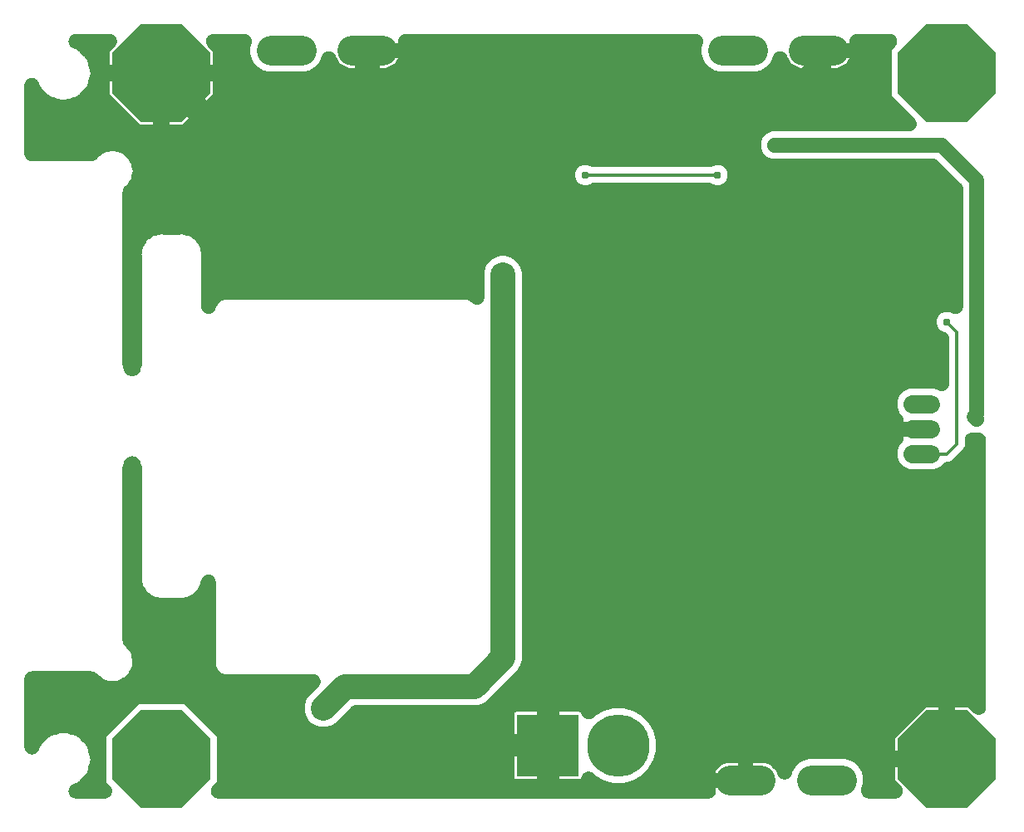
<source format=gbr>
G04 EAGLE Gerber RS-274X export*
G75*
%MOMM*%
%FSLAX34Y34*%
%LPD*%
%INBottom Copper*%
%IPPOS*%
%AMOC8*
5,1,8,0,0,1.08239X$1,22.5*%
G01*
%ADD10C,3.048000*%
%ADD11P,10.823900X8X22.500000*%
%ADD12R,6.350000X6.350000*%
%ADD13C,6.350000*%
%ADD14C,1.879600*%
%ADD15C,2.540000*%
%ADD16C,2.540000*%
%ADD17C,0.787400*%
%ADD18C,0.304800*%
%ADD19C,1.524000*%
%ADD20C,1.524000*%

G36*
X264786Y192255D02*
X264786Y192255D01*
X264917Y192253D01*
X265175Y192275D01*
X265434Y192289D01*
X265564Y192309D01*
X265695Y192320D01*
X265949Y192368D01*
X266206Y192408D01*
X266332Y192441D01*
X266461Y192466D01*
X266710Y192540D01*
X266961Y192606D01*
X267083Y192652D01*
X267209Y192690D01*
X267449Y192789D01*
X267691Y192880D01*
X267809Y192938D01*
X267930Y192989D01*
X268158Y193112D01*
X268390Y193227D01*
X268501Y193297D01*
X268617Y193360D01*
X268831Y193506D01*
X269050Y193644D01*
X269153Y193725D01*
X269262Y193799D01*
X269460Y193966D01*
X269664Y194127D01*
X269758Y194218D01*
X269858Y194302D01*
X270038Y194489D01*
X270225Y194669D01*
X270309Y194770D01*
X270400Y194864D01*
X270560Y195068D01*
X270727Y195266D01*
X270801Y195375D01*
X270882Y195478D01*
X271020Y195697D01*
X271166Y195911D01*
X271229Y196027D01*
X271299Y196138D01*
X271414Y196370D01*
X271537Y196598D01*
X271587Y196720D01*
X271645Y196837D01*
X271736Y197080D01*
X271835Y197320D01*
X271873Y197446D01*
X271919Y197568D01*
X271984Y197819D01*
X272058Y198067D01*
X272083Y198197D01*
X272116Y198323D01*
X272155Y198580D01*
X272204Y198834D01*
X272215Y198965D01*
X272235Y199095D01*
X272248Y199354D01*
X272270Y199612D01*
X272267Y199743D01*
X272274Y199874D01*
X272261Y200133D01*
X272256Y200392D01*
X272240Y200523D01*
X272233Y200654D01*
X272194Y200910D01*
X272162Y201167D01*
X272134Y201295D01*
X272113Y201425D01*
X272047Y201675D01*
X271990Y201928D01*
X271948Y202053D01*
X271915Y202180D01*
X271824Y202422D01*
X271741Y202668D01*
X271687Y202787D01*
X271640Y202910D01*
X271525Y203142D01*
X271417Y203378D01*
X271351Y203492D01*
X271292Y203609D01*
X271154Y203828D01*
X271023Y204052D01*
X270945Y204157D01*
X270875Y204268D01*
X270714Y204472D01*
X270561Y204681D01*
X270473Y204779D01*
X270392Y204882D01*
X270042Y205256D01*
X266229Y209069D01*
X266229Y255751D01*
X299239Y288761D01*
X345921Y288761D01*
X378931Y255751D01*
X378931Y209069D01*
X375118Y205256D01*
X375030Y205158D01*
X374935Y205067D01*
X374768Y204868D01*
X374595Y204676D01*
X374517Y204570D01*
X374433Y204470D01*
X374287Y204255D01*
X374134Y204046D01*
X374068Y203933D01*
X373994Y203824D01*
X373870Y203596D01*
X373740Y203373D01*
X373686Y203253D01*
X373623Y203138D01*
X373524Y202898D01*
X373417Y202662D01*
X373375Y202538D01*
X373325Y202416D01*
X373251Y202167D01*
X373168Y201922D01*
X373139Y201795D01*
X373102Y201668D01*
X373053Y201414D01*
X372996Y201161D01*
X372981Y201031D01*
X372956Y200902D01*
X372934Y200644D01*
X372904Y200386D01*
X372901Y200255D01*
X372890Y200124D01*
X372895Y199865D01*
X372890Y199606D01*
X372902Y199475D01*
X372904Y199344D01*
X372935Y199086D01*
X372957Y198828D01*
X372982Y198699D01*
X372998Y198569D01*
X373055Y198316D01*
X373103Y198061D01*
X373141Y197936D01*
X373170Y197808D01*
X373253Y197562D01*
X373327Y197314D01*
X373377Y197192D01*
X373419Y197068D01*
X373527Y196832D01*
X373626Y196593D01*
X373688Y196477D01*
X373743Y196358D01*
X373874Y196134D01*
X373997Y195906D01*
X374071Y195798D01*
X374137Y195684D01*
X374290Y195475D01*
X374436Y195261D01*
X374521Y195161D01*
X374599Y195055D01*
X374772Y194863D01*
X374940Y194664D01*
X375034Y194573D01*
X375122Y194476D01*
X375315Y194302D01*
X375501Y194122D01*
X375604Y194041D01*
X375702Y193953D01*
X375911Y193801D01*
X376115Y193641D01*
X376226Y193571D01*
X376332Y193493D01*
X376556Y193362D01*
X376775Y193224D01*
X376893Y193166D01*
X377006Y193100D01*
X377242Y192993D01*
X377474Y192877D01*
X377597Y192832D01*
X377717Y192777D01*
X377963Y192695D01*
X378205Y192604D01*
X378333Y192571D01*
X378457Y192529D01*
X378710Y192472D01*
X378961Y192407D01*
X379090Y192387D01*
X379218Y192358D01*
X379476Y192328D01*
X379732Y192288D01*
X379863Y192281D01*
X379993Y192266D01*
X380505Y192249D01*
X879890Y192249D01*
X879910Y192250D01*
X879930Y192249D01*
X880301Y192270D01*
X880669Y192289D01*
X880689Y192292D01*
X880709Y192293D01*
X881074Y192351D01*
X881440Y192408D01*
X881460Y192413D01*
X881480Y192417D01*
X881835Y192512D01*
X882195Y192606D01*
X882214Y192613D01*
X882234Y192618D01*
X882578Y192749D01*
X882926Y192880D01*
X882944Y192889D01*
X882963Y192896D01*
X883294Y193062D01*
X883625Y193227D01*
X883642Y193238D01*
X883660Y193247D01*
X883972Y193447D01*
X884285Y193644D01*
X884301Y193657D01*
X884318Y193668D01*
X884607Y193897D01*
X884899Y194127D01*
X884913Y194141D01*
X884929Y194153D01*
X885193Y194411D01*
X885460Y194669D01*
X885473Y194685D01*
X885487Y194699D01*
X885724Y194983D01*
X885962Y195266D01*
X885974Y195283D01*
X885987Y195298D01*
X886193Y195605D01*
X886401Y195911D01*
X886411Y195929D01*
X886422Y195946D01*
X886596Y196272D01*
X886772Y196598D01*
X886780Y196617D01*
X886789Y196635D01*
X886928Y196976D01*
X887070Y197320D01*
X887076Y197339D01*
X887084Y197358D01*
X887186Y197708D01*
X887293Y198067D01*
X887297Y198087D01*
X887303Y198107D01*
X887370Y198470D01*
X887439Y198834D01*
X887440Y198854D01*
X887444Y198874D01*
X887473Y199243D01*
X887505Y199612D01*
X887504Y199632D01*
X887506Y199652D01*
X887497Y200023D01*
X887491Y200392D01*
X887489Y200412D01*
X887488Y200432D01*
X887442Y200799D01*
X887397Y201167D01*
X887393Y201187D01*
X887390Y201207D01*
X887307Y201566D01*
X887225Y201928D01*
X887219Y201948D01*
X887214Y201967D01*
X887094Y202317D01*
X886976Y202668D01*
X886968Y202686D01*
X886961Y202705D01*
X886754Y203174D01*
X886674Y203341D01*
X917980Y203341D01*
X918242Y203354D01*
X918504Y203359D01*
X918631Y203374D01*
X918759Y203381D01*
X919019Y203421D01*
X919279Y203452D01*
X919404Y203480D01*
X919530Y203500D01*
X919784Y203567D01*
X920040Y203624D01*
X920161Y203665D01*
X920285Y203698D01*
X920531Y203790D01*
X920780Y203874D01*
X920896Y203927D01*
X921016Y203972D01*
X921251Y204088D01*
X921490Y204197D01*
X921601Y204262D01*
X921715Y204319D01*
X921937Y204459D01*
X922163Y204592D01*
X922267Y204668D01*
X922375Y204736D01*
X922581Y204898D01*
X922793Y205053D01*
X922888Y205139D01*
X922989Y205218D01*
X923177Y205400D01*
X923372Y205577D01*
X923458Y205672D01*
X923550Y205761D01*
X923719Y205962D01*
X923895Y206157D01*
X923970Y206260D01*
X924053Y206358D01*
X924200Y206576D01*
X924355Y206787D01*
X924419Y206898D01*
X924492Y207004D01*
X924616Y207235D01*
X924748Y207461D01*
X924801Y207578D01*
X924862Y207691D01*
X924962Y207933D01*
X925071Y208172D01*
X925112Y208294D01*
X925161Y208412D01*
X925236Y208664D01*
X925319Y208912D01*
X925347Y209037D01*
X925384Y209160D01*
X925433Y209418D01*
X925490Y209674D01*
X925505Y209801D01*
X925529Y209927D01*
X925551Y210188D01*
X925582Y210449D01*
X925588Y210621D01*
X925595Y210704D01*
X925594Y210788D01*
X925599Y210960D01*
X925599Y228741D01*
X934219Y228741D01*
X936203Y228517D01*
X938150Y228073D01*
X940035Y227413D01*
X941835Y226547D01*
X943525Y225484D01*
X945087Y224239D01*
X946499Y222827D01*
X947744Y221265D01*
X948807Y219575D01*
X949673Y217775D01*
X950033Y216747D01*
X950057Y216689D01*
X950075Y216629D01*
X950204Y216329D01*
X950328Y216025D01*
X950358Y215969D01*
X950382Y215911D01*
X950541Y215625D01*
X950695Y215336D01*
X950731Y215284D01*
X950761Y215229D01*
X950949Y214960D01*
X951131Y214689D01*
X951172Y214640D01*
X951208Y214589D01*
X951421Y214341D01*
X951631Y214090D01*
X951677Y214046D01*
X951718Y213998D01*
X951956Y213773D01*
X952190Y213544D01*
X952239Y213505D01*
X952285Y213462D01*
X952545Y213263D01*
X952802Y213059D01*
X952855Y213025D01*
X952905Y212987D01*
X953183Y212816D01*
X953459Y212640D01*
X953516Y212611D01*
X953569Y212578D01*
X953865Y212436D01*
X954157Y212289D01*
X954216Y212267D01*
X954272Y212239D01*
X954580Y212128D01*
X954886Y212012D01*
X954947Y211996D01*
X955006Y211974D01*
X955324Y211895D01*
X955641Y211811D01*
X955703Y211801D01*
X955764Y211786D01*
X956088Y211739D01*
X956411Y211688D01*
X956474Y211684D01*
X956536Y211675D01*
X956863Y211663D01*
X957191Y211644D01*
X957254Y211647D01*
X957316Y211645D01*
X957642Y211665D01*
X957970Y211681D01*
X958032Y211690D01*
X958095Y211694D01*
X958418Y211748D01*
X958742Y211797D01*
X958803Y211813D01*
X958865Y211823D01*
X959181Y211910D01*
X959498Y211991D01*
X959557Y212013D01*
X959618Y212030D01*
X959923Y212148D01*
X960230Y212262D01*
X960286Y212290D01*
X960345Y212313D01*
X960636Y212462D01*
X960930Y212606D01*
X960984Y212640D01*
X961040Y212668D01*
X961314Y212846D01*
X961592Y213020D01*
X961642Y213059D01*
X961694Y213093D01*
X961949Y213298D01*
X962208Y213500D01*
X962253Y213543D01*
X962302Y213583D01*
X962534Y213813D01*
X962771Y214040D01*
X962812Y214088D01*
X962857Y214132D01*
X963064Y214384D01*
X963276Y214635D01*
X963312Y214687D01*
X963352Y214735D01*
X963533Y215008D01*
X963718Y215278D01*
X963748Y215333D01*
X963783Y215386D01*
X963935Y215676D01*
X964092Y215963D01*
X964116Y216021D01*
X964145Y216077D01*
X964267Y216381D01*
X964394Y216683D01*
X964412Y216743D01*
X964435Y216802D01*
X964584Y217292D01*
X965121Y219294D01*
X967963Y224217D01*
X971983Y228237D01*
X976906Y231079D01*
X982398Y232551D01*
X1018562Y232551D01*
X1024054Y231079D01*
X1028977Y228237D01*
X1032997Y224217D01*
X1035839Y219294D01*
X1037311Y213802D01*
X1037311Y208118D01*
X1035629Y201840D01*
X1035610Y201754D01*
X1035585Y201668D01*
X1035529Y201372D01*
X1035466Y201077D01*
X1035456Y200989D01*
X1035439Y200902D01*
X1035414Y200601D01*
X1035381Y200301D01*
X1035381Y200212D01*
X1035373Y200124D01*
X1035379Y199822D01*
X1035377Y199520D01*
X1035386Y199432D01*
X1035387Y199344D01*
X1035423Y199044D01*
X1035452Y198744D01*
X1035470Y198656D01*
X1035481Y198569D01*
X1035547Y198275D01*
X1035607Y197979D01*
X1035633Y197894D01*
X1035653Y197808D01*
X1035749Y197522D01*
X1035839Y197233D01*
X1035874Y197152D01*
X1035902Y197068D01*
X1036027Y196793D01*
X1036146Y196516D01*
X1036189Y196439D01*
X1036226Y196358D01*
X1036379Y196097D01*
X1036525Y195833D01*
X1036576Y195761D01*
X1036620Y195684D01*
X1036798Y195441D01*
X1036971Y195193D01*
X1037030Y195126D01*
X1037082Y195055D01*
X1037284Y194831D01*
X1037481Y194602D01*
X1037546Y194542D01*
X1037605Y194476D01*
X1037829Y194274D01*
X1038049Y194067D01*
X1038119Y194013D01*
X1038185Y193953D01*
X1038428Y193776D01*
X1038668Y193592D01*
X1038744Y193545D01*
X1038815Y193493D01*
X1039076Y193341D01*
X1039333Y193183D01*
X1039413Y193144D01*
X1039489Y193100D01*
X1039765Y192975D01*
X1040036Y192844D01*
X1040119Y192814D01*
X1040200Y192777D01*
X1040486Y192681D01*
X1040770Y192579D01*
X1040856Y192557D01*
X1040940Y192529D01*
X1041234Y192463D01*
X1041527Y192390D01*
X1041615Y192378D01*
X1041702Y192358D01*
X1042001Y192323D01*
X1042300Y192280D01*
X1042389Y192276D01*
X1042477Y192266D01*
X1042988Y192249D01*
X1070143Y192249D01*
X1070274Y192255D01*
X1070405Y192253D01*
X1070663Y192275D01*
X1070922Y192289D01*
X1071052Y192309D01*
X1071183Y192320D01*
X1071437Y192368D01*
X1071694Y192408D01*
X1071821Y192441D01*
X1071950Y192466D01*
X1072198Y192540D01*
X1072449Y192606D01*
X1072571Y192652D01*
X1072697Y192690D01*
X1072937Y192789D01*
X1073180Y192880D01*
X1073297Y192938D01*
X1073418Y192989D01*
X1073646Y193112D01*
X1073878Y193227D01*
X1073989Y193297D01*
X1074105Y193360D01*
X1074319Y193506D01*
X1074538Y193644D01*
X1074641Y193725D01*
X1074750Y193799D01*
X1074948Y193966D01*
X1075152Y194127D01*
X1075246Y194218D01*
X1075347Y194302D01*
X1075526Y194489D01*
X1075713Y194669D01*
X1075798Y194770D01*
X1075889Y194864D01*
X1076048Y195068D01*
X1076216Y195266D01*
X1076289Y195375D01*
X1076370Y195478D01*
X1076509Y195697D01*
X1076654Y195911D01*
X1076717Y196027D01*
X1076787Y196138D01*
X1076902Y196370D01*
X1077025Y196598D01*
X1077075Y196720D01*
X1077134Y196837D01*
X1077224Y197080D01*
X1077323Y197320D01*
X1077361Y197445D01*
X1077407Y197568D01*
X1077472Y197819D01*
X1077546Y198067D01*
X1077571Y198197D01*
X1077604Y198323D01*
X1077644Y198580D01*
X1077692Y198834D01*
X1077703Y198965D01*
X1077723Y199095D01*
X1077736Y199354D01*
X1077758Y199612D01*
X1077756Y199743D01*
X1077762Y199874D01*
X1077749Y200133D01*
X1077744Y200392D01*
X1077728Y200523D01*
X1077722Y200654D01*
X1077682Y200910D01*
X1077651Y201167D01*
X1077622Y201295D01*
X1077601Y201425D01*
X1077536Y201675D01*
X1077478Y201928D01*
X1077436Y202053D01*
X1077403Y202180D01*
X1077312Y202422D01*
X1077229Y202668D01*
X1077175Y202787D01*
X1077128Y202910D01*
X1077013Y203142D01*
X1076905Y203378D01*
X1076839Y203492D01*
X1076781Y203609D01*
X1076642Y203828D01*
X1076511Y204052D01*
X1076433Y204157D01*
X1076363Y204268D01*
X1076203Y204472D01*
X1076049Y204681D01*
X1075961Y204779D01*
X1075880Y204882D01*
X1075531Y205256D01*
X1070139Y210647D01*
X1070139Y223911D01*
X1087789Y223911D01*
X1087943Y223919D01*
X1088097Y223917D01*
X1088332Y223939D01*
X1088568Y223951D01*
X1088721Y223974D01*
X1088874Y223988D01*
X1089106Y224034D01*
X1089339Y224070D01*
X1089489Y224109D01*
X1089640Y224139D01*
X1089866Y224208D01*
X1090094Y224268D01*
X1090239Y224322D01*
X1090386Y224367D01*
X1090604Y224459D01*
X1090825Y224542D01*
X1090963Y224611D01*
X1091105Y224670D01*
X1091313Y224784D01*
X1091524Y224889D01*
X1091654Y224972D01*
X1091790Y225046D01*
X1091984Y225180D01*
X1092184Y225306D01*
X1092305Y225401D01*
X1092432Y225489D01*
X1092612Y225642D01*
X1092798Y225788D01*
X1092908Y225896D01*
X1093026Y225996D01*
X1093189Y226167D01*
X1093359Y226331D01*
X1093458Y226449D01*
X1093564Y226560D01*
X1093709Y226747D01*
X1093861Y226928D01*
X1093948Y227056D01*
X1094042Y227177D01*
X1094167Y227378D01*
X1094300Y227573D01*
X1094373Y227709D01*
X1094455Y227840D01*
X1094559Y228052D01*
X1094671Y228260D01*
X1094730Y228403D01*
X1094797Y228541D01*
X1094879Y228763D01*
X1094969Y228982D01*
X1095013Y229129D01*
X1095066Y229274D01*
X1095125Y229503D01*
X1095192Y229729D01*
X1095221Y229881D01*
X1095259Y230030D01*
X1095328Y230444D01*
X1095338Y230496D01*
X1095339Y230512D01*
X1095343Y230535D01*
X1095416Y231088D01*
X1095443Y231437D01*
X1095475Y231788D01*
X1095475Y231827D01*
X1095478Y231866D01*
X1095470Y232214D01*
X1095465Y232568D01*
X1095461Y232617D01*
X1095460Y232647D01*
X1095450Y232726D01*
X1095416Y233078D01*
X1095268Y234203D01*
X1095247Y234412D01*
X1095229Y234500D01*
X1095219Y234589D01*
X1095152Y234882D01*
X1095093Y235177D01*
X1095066Y235263D01*
X1095046Y235350D01*
X1094950Y235635D01*
X1094861Y235923D01*
X1094826Y236005D01*
X1094797Y236090D01*
X1094673Y236363D01*
X1094554Y236640D01*
X1094511Y236719D01*
X1094474Y236800D01*
X1094321Y237060D01*
X1094176Y237323D01*
X1094124Y237396D01*
X1094079Y237474D01*
X1093901Y237716D01*
X1093729Y237963D01*
X1093670Y238031D01*
X1093618Y238103D01*
X1093416Y238326D01*
X1093220Y238554D01*
X1093154Y238616D01*
X1093094Y238682D01*
X1092871Y238883D01*
X1092652Y239090D01*
X1092581Y239145D01*
X1092514Y239205D01*
X1092272Y239382D01*
X1092033Y239565D01*
X1091956Y239612D01*
X1091884Y239665D01*
X1091625Y239816D01*
X1091368Y239974D01*
X1091287Y240013D01*
X1091210Y240058D01*
X1090937Y240182D01*
X1090665Y240313D01*
X1090581Y240344D01*
X1090499Y240381D01*
X1090214Y240476D01*
X1089931Y240579D01*
X1089844Y240600D01*
X1089759Y240629D01*
X1089466Y240695D01*
X1089174Y240767D01*
X1089085Y240780D01*
X1088998Y240800D01*
X1088699Y240835D01*
X1088401Y240878D01*
X1088312Y240881D01*
X1088223Y240892D01*
X1087711Y240909D01*
X1070139Y240909D01*
X1070139Y254173D01*
X1100917Y284951D01*
X1114181Y284951D01*
X1114181Y267153D01*
X1114189Y266999D01*
X1114187Y266845D01*
X1114209Y266609D01*
X1114221Y266374D01*
X1114244Y266221D01*
X1114258Y266068D01*
X1114304Y265836D01*
X1114340Y265602D01*
X1114379Y265453D01*
X1114409Y265302D01*
X1114478Y265076D01*
X1114538Y264847D01*
X1114592Y264703D01*
X1114637Y264556D01*
X1114729Y264338D01*
X1114812Y264117D01*
X1114881Y263978D01*
X1114940Y263836D01*
X1115054Y263629D01*
X1115159Y263418D01*
X1115242Y263287D01*
X1115316Y263152D01*
X1115450Y262958D01*
X1115576Y262758D01*
X1115672Y262637D01*
X1115759Y262510D01*
X1115912Y262330D01*
X1116058Y262144D01*
X1116166Y262033D01*
X1116266Y261916D01*
X1116436Y261753D01*
X1116601Y261583D01*
X1116719Y261484D01*
X1116831Y261377D01*
X1117017Y261233D01*
X1117198Y261081D01*
X1117326Y260994D01*
X1117447Y260899D01*
X1117648Y260775D01*
X1117843Y260642D01*
X1117979Y260568D01*
X1118110Y260487D01*
X1118322Y260383D01*
X1118530Y260271D01*
X1118673Y260212D01*
X1118811Y260144D01*
X1119033Y260063D01*
X1119252Y259973D01*
X1119399Y259929D01*
X1119544Y259875D01*
X1119773Y259817D01*
X1119999Y259750D01*
X1120151Y259721D01*
X1120300Y259683D01*
X1120713Y259614D01*
X1120766Y259604D01*
X1120782Y259603D01*
X1120805Y259599D01*
X1121805Y259467D01*
X1122155Y259439D01*
X1122505Y259408D01*
X1122544Y259408D01*
X1122583Y259405D01*
X1122934Y259413D01*
X1123285Y259418D01*
X1123334Y259422D01*
X1123364Y259423D01*
X1123443Y259433D01*
X1123795Y259467D01*
X1124555Y259567D01*
X1124706Y259595D01*
X1124859Y259614D01*
X1125090Y259666D01*
X1125322Y259709D01*
X1125470Y259752D01*
X1125620Y259786D01*
X1125844Y259862D01*
X1126071Y259928D01*
X1126214Y259986D01*
X1126360Y260035D01*
X1126575Y260133D01*
X1126794Y260223D01*
X1126930Y260295D01*
X1127070Y260359D01*
X1127274Y260479D01*
X1127483Y260590D01*
X1127610Y260676D01*
X1127744Y260754D01*
X1127934Y260893D01*
X1128130Y261025D01*
X1128249Y261124D01*
X1128373Y261215D01*
X1128549Y261374D01*
X1128730Y261525D01*
X1128838Y261635D01*
X1128952Y261738D01*
X1129110Y261914D01*
X1129275Y262083D01*
X1129371Y262204D01*
X1129475Y262318D01*
X1129614Y262509D01*
X1129761Y262694D01*
X1129844Y262824D01*
X1129935Y262948D01*
X1130054Y263152D01*
X1130181Y263352D01*
X1130251Y263489D01*
X1130328Y263622D01*
X1130426Y263838D01*
X1130532Y264049D01*
X1130587Y264193D01*
X1130651Y264333D01*
X1130726Y264558D01*
X1130810Y264778D01*
X1130850Y264927D01*
X1130899Y265073D01*
X1130951Y265304D01*
X1131012Y265532D01*
X1131036Y265684D01*
X1131070Y265835D01*
X1131098Y266070D01*
X1131135Y266303D01*
X1131144Y266457D01*
X1131162Y266610D01*
X1131176Y267028D01*
X1131179Y267082D01*
X1131178Y267097D01*
X1131179Y267121D01*
X1131179Y284951D01*
X1144443Y284951D01*
X1149626Y279768D01*
X1149723Y279680D01*
X1149814Y279586D01*
X1150012Y279419D01*
X1150205Y279245D01*
X1150311Y279168D01*
X1150411Y279083D01*
X1150626Y278938D01*
X1150835Y278784D01*
X1150948Y278718D01*
X1151057Y278644D01*
X1151285Y278521D01*
X1151509Y278390D01*
X1151628Y278336D01*
X1151744Y278274D01*
X1151983Y278175D01*
X1152219Y278067D01*
X1152344Y278025D01*
X1152465Y277975D01*
X1152713Y277901D01*
X1152959Y277819D01*
X1153087Y277790D01*
X1153213Y277752D01*
X1153467Y277704D01*
X1153720Y277647D01*
X1153851Y277631D01*
X1153980Y277607D01*
X1154238Y277585D01*
X1154495Y277554D01*
X1154627Y277552D01*
X1154757Y277541D01*
X1155016Y277545D01*
X1155276Y277541D01*
X1155406Y277552D01*
X1155538Y277555D01*
X1155795Y277586D01*
X1156053Y277608D01*
X1156182Y277632D01*
X1156312Y277648D01*
X1156565Y277705D01*
X1156820Y277754D01*
X1156946Y277792D01*
X1157074Y277820D01*
X1157319Y277903D01*
X1157568Y277978D01*
X1157689Y278028D01*
X1157813Y278070D01*
X1158049Y278177D01*
X1158289Y278276D01*
X1158404Y278339D01*
X1158523Y278393D01*
X1158747Y278524D01*
X1158975Y278648D01*
X1159084Y278722D01*
X1159197Y278788D01*
X1159406Y278941D01*
X1159620Y279087D01*
X1159720Y279172D01*
X1159826Y279249D01*
X1160019Y279423D01*
X1160217Y279590D01*
X1160308Y279685D01*
X1160405Y279773D01*
X1160579Y279965D01*
X1160759Y280152D01*
X1160840Y280255D01*
X1160928Y280353D01*
X1161081Y280562D01*
X1161241Y280766D01*
X1161311Y280877D01*
X1161388Y280983D01*
X1161519Y281207D01*
X1161657Y281426D01*
X1161715Y281543D01*
X1161782Y281657D01*
X1161889Y281893D01*
X1162004Y282125D01*
X1162050Y282248D01*
X1162104Y282368D01*
X1162186Y282614D01*
X1162277Y282856D01*
X1162310Y282983D01*
X1162352Y283108D01*
X1162409Y283361D01*
X1162474Y283611D01*
X1162494Y283741D01*
X1162523Y283869D01*
X1162554Y284127D01*
X1162593Y284383D01*
X1162600Y284514D01*
X1162615Y284644D01*
X1162632Y285156D01*
X1162633Y557530D01*
X1162620Y557792D01*
X1162615Y558054D01*
X1162600Y558181D01*
X1162593Y558309D01*
X1162553Y558569D01*
X1162522Y558829D01*
X1162493Y558954D01*
X1162474Y559081D01*
X1162407Y559335D01*
X1162349Y559590D01*
X1162308Y559712D01*
X1162276Y559836D01*
X1162184Y560081D01*
X1162100Y560330D01*
X1162047Y560447D01*
X1162002Y560567D01*
X1161885Y560801D01*
X1161776Y561040D01*
X1161712Y561151D01*
X1161655Y561265D01*
X1161514Y561488D01*
X1161382Y561714D01*
X1161306Y561817D01*
X1161238Y561925D01*
X1161076Y562132D01*
X1160920Y562343D01*
X1160835Y562438D01*
X1160755Y562539D01*
X1160573Y562727D01*
X1160397Y562922D01*
X1160302Y563008D01*
X1160213Y563100D01*
X1160012Y563269D01*
X1159817Y563445D01*
X1159714Y563520D01*
X1159616Y563603D01*
X1159399Y563750D01*
X1159187Y563905D01*
X1159077Y563969D01*
X1158970Y564041D01*
X1158739Y564166D01*
X1158513Y564298D01*
X1158396Y564351D01*
X1158284Y564412D01*
X1158042Y564512D01*
X1157802Y564621D01*
X1157681Y564662D01*
X1157562Y564710D01*
X1157311Y564785D01*
X1157062Y564869D01*
X1156937Y564897D01*
X1156814Y564933D01*
X1156556Y564982D01*
X1156301Y565040D01*
X1156174Y565055D01*
X1156048Y565079D01*
X1155786Y565101D01*
X1155526Y565132D01*
X1155354Y565138D01*
X1155270Y565145D01*
X1155186Y565143D01*
X1155014Y565149D01*
X1150149Y565149D01*
X1150134Y565154D01*
X1149944Y565190D01*
X1149756Y565235D01*
X1149562Y565262D01*
X1149368Y565299D01*
X1149175Y565315D01*
X1148983Y565342D01*
X1148786Y565348D01*
X1148590Y565365D01*
X1148397Y565362D01*
X1148203Y565368D01*
X1148007Y565355D01*
X1147810Y565351D01*
X1147618Y565328D01*
X1147425Y565315D01*
X1147230Y565281D01*
X1147035Y565258D01*
X1146846Y565215D01*
X1146655Y565182D01*
X1146466Y565129D01*
X1146274Y565086D01*
X1146090Y565024D01*
X1145904Y564972D01*
X1145721Y564899D01*
X1145534Y564836D01*
X1145358Y564756D01*
X1145178Y564685D01*
X1145003Y564594D01*
X1144824Y564513D01*
X1144657Y564415D01*
X1144485Y564326D01*
X1144320Y564218D01*
X1144150Y564118D01*
X1143994Y564004D01*
X1143833Y563898D01*
X1143680Y563773D01*
X1143521Y563657D01*
X1143377Y563527D01*
X1143227Y563405D01*
X1143088Y563265D01*
X1142942Y563133D01*
X1142812Y562990D01*
X1142676Y562853D01*
X1142551Y562700D01*
X1142419Y562553D01*
X1142306Y562397D01*
X1142183Y562247D01*
X1142075Y562082D01*
X1141959Y561923D01*
X1141862Y561756D01*
X1141756Y561594D01*
X1141665Y561420D01*
X1141566Y561249D01*
X1141486Y561073D01*
X1141397Y560901D01*
X1141325Y560718D01*
X1141243Y560538D01*
X1141182Y560355D01*
X1141111Y560175D01*
X1141058Y559985D01*
X1140995Y559798D01*
X1140953Y559610D01*
X1140901Y559423D01*
X1140867Y559229D01*
X1140824Y559037D01*
X1140801Y558845D01*
X1140769Y558654D01*
X1140755Y558457D01*
X1140732Y558262D01*
X1140722Y557969D01*
X1140716Y557875D01*
X1140717Y557829D01*
X1140715Y557750D01*
X1140715Y552154D01*
X1139516Y549259D01*
X1127141Y536884D01*
X1124246Y535685D01*
X1124231Y535685D01*
X1124228Y535685D01*
X1124225Y535685D01*
X1123840Y535665D01*
X1123452Y535645D01*
X1123449Y535645D01*
X1123446Y535645D01*
X1123078Y535587D01*
X1122681Y535526D01*
X1122677Y535525D01*
X1122674Y535524D01*
X1122308Y535428D01*
X1121926Y535328D01*
X1121923Y535327D01*
X1121920Y535326D01*
X1121553Y535188D01*
X1121195Y535054D01*
X1121192Y535053D01*
X1121189Y535052D01*
X1120834Y534875D01*
X1120496Y534707D01*
X1120493Y534705D01*
X1120490Y534704D01*
X1120159Y534494D01*
X1119836Y534290D01*
X1119834Y534288D01*
X1119831Y534286D01*
X1119525Y534045D01*
X1119223Y533807D01*
X1119220Y533805D01*
X1119218Y533803D01*
X1118844Y533454D01*
X1115599Y530209D01*
X1109811Y527811D01*
X1084749Y527811D01*
X1078961Y530209D01*
X1074531Y534639D01*
X1072133Y540427D01*
X1072133Y546693D01*
X1074531Y552481D01*
X1076153Y554103D01*
X1076184Y554137D01*
X1076218Y554169D01*
X1076445Y554427D01*
X1076676Y554683D01*
X1076703Y554720D01*
X1076734Y554754D01*
X1076934Y555035D01*
X1077137Y555312D01*
X1077160Y555352D01*
X1077187Y555390D01*
X1077357Y555689D01*
X1077531Y555986D01*
X1077550Y556028D01*
X1077573Y556068D01*
X1077711Y556383D01*
X1077854Y556697D01*
X1077869Y556740D01*
X1077887Y556782D01*
X1077993Y557109D01*
X1078103Y557436D01*
X1078113Y557481D01*
X1078127Y557525D01*
X1078198Y557861D01*
X1078274Y558198D01*
X1078280Y558244D01*
X1078289Y558288D01*
X1078326Y558629D01*
X1078367Y558973D01*
X1078368Y559019D01*
X1078373Y559064D01*
X1078374Y559409D01*
X1078380Y559753D01*
X1078376Y559799D01*
X1078376Y559845D01*
X1078343Y560188D01*
X1078313Y560531D01*
X1078305Y560576D01*
X1078300Y560622D01*
X1078232Y560959D01*
X1078167Y561297D01*
X1078154Y561341D01*
X1097280Y561341D01*
X1097542Y561354D01*
X1097804Y561359D01*
X1097931Y561374D01*
X1098059Y561381D01*
X1098319Y561421D01*
X1098579Y561452D01*
X1098704Y561480D01*
X1098830Y561500D01*
X1099084Y561567D01*
X1099340Y561624D01*
X1099461Y561665D01*
X1099585Y561698D01*
X1099831Y561790D01*
X1100080Y561874D01*
X1100196Y561927D01*
X1100316Y561972D01*
X1100551Y562088D01*
X1100790Y562197D01*
X1100901Y562262D01*
X1101015Y562319D01*
X1101237Y562459D01*
X1101463Y562592D01*
X1101567Y562668D01*
X1101675Y562736D01*
X1101881Y562898D01*
X1102093Y563053D01*
X1102188Y563139D01*
X1102289Y563218D01*
X1102477Y563401D01*
X1102672Y563577D01*
X1102757Y563672D01*
X1102850Y563761D01*
X1103019Y563962D01*
X1103194Y564157D01*
X1103270Y564260D01*
X1103352Y564358D01*
X1103500Y564575D01*
X1103655Y564787D01*
X1103719Y564897D01*
X1103791Y565003D01*
X1103916Y565234D01*
X1104048Y565461D01*
X1104101Y565578D01*
X1104162Y565690D01*
X1104262Y565933D01*
X1104370Y566172D01*
X1104411Y566293D01*
X1104460Y566411D01*
X1104535Y566663D01*
X1104618Y566912D01*
X1104646Y567036D01*
X1104683Y567159D01*
X1104732Y567417D01*
X1104789Y567673D01*
X1104805Y567800D01*
X1104828Y567926D01*
X1104851Y568188D01*
X1104882Y568448D01*
X1104887Y568620D01*
X1104895Y568704D01*
X1104893Y568788D01*
X1104899Y568960D01*
X1104885Y569222D01*
X1104881Y569484D01*
X1104866Y569612D01*
X1104859Y569740D01*
X1104819Y569999D01*
X1104787Y570259D01*
X1104759Y570384D01*
X1104739Y570511D01*
X1104673Y570765D01*
X1104615Y571021D01*
X1104574Y571142D01*
X1104542Y571266D01*
X1104450Y571512D01*
X1104366Y571760D01*
X1104313Y571877D01*
X1104268Y571997D01*
X1104151Y572231D01*
X1104042Y572470D01*
X1103977Y572581D01*
X1103920Y572696D01*
X1103780Y572917D01*
X1103648Y573144D01*
X1103572Y573247D01*
X1103503Y573355D01*
X1103341Y573562D01*
X1103186Y573773D01*
X1103100Y573868D01*
X1103021Y573969D01*
X1102839Y574158D01*
X1102663Y574352D01*
X1102568Y574438D01*
X1102479Y574530D01*
X1102278Y574699D01*
X1102083Y574875D01*
X1101980Y574950D01*
X1101882Y575033D01*
X1101664Y575180D01*
X1101453Y575335D01*
X1101342Y575399D01*
X1101236Y575472D01*
X1101005Y575596D01*
X1100779Y575728D01*
X1100662Y575781D01*
X1100549Y575842D01*
X1100307Y575942D01*
X1100068Y576051D01*
X1099946Y576092D01*
X1099828Y576141D01*
X1099576Y576216D01*
X1099328Y576299D01*
X1099203Y576327D01*
X1099080Y576364D01*
X1098822Y576413D01*
X1098566Y576470D01*
X1098439Y576485D01*
X1098313Y576509D01*
X1098052Y576531D01*
X1097791Y576562D01*
X1097619Y576568D01*
X1097536Y576575D01*
X1097452Y576574D01*
X1097280Y576579D01*
X1078148Y576579D01*
X1078207Y576795D01*
X1078215Y576840D01*
X1078227Y576885D01*
X1078279Y577225D01*
X1078335Y577565D01*
X1078338Y577610D01*
X1078345Y577656D01*
X1078363Y578001D01*
X1078384Y578344D01*
X1078382Y578390D01*
X1078385Y578436D01*
X1078367Y578779D01*
X1078353Y579124D01*
X1078346Y579169D01*
X1078344Y579215D01*
X1078291Y579554D01*
X1078242Y579896D01*
X1078231Y579941D01*
X1078224Y579986D01*
X1078137Y580318D01*
X1078053Y580653D01*
X1078037Y580697D01*
X1078026Y580741D01*
X1077905Y581062D01*
X1077787Y581387D01*
X1077767Y581429D01*
X1077751Y581472D01*
X1077598Y581779D01*
X1077448Y582090D01*
X1077424Y582129D01*
X1077403Y582170D01*
X1077219Y582460D01*
X1077038Y582754D01*
X1077010Y582791D01*
X1076986Y582830D01*
X1076772Y583100D01*
X1076563Y583373D01*
X1076531Y583407D01*
X1076503Y583443D01*
X1076153Y583817D01*
X1074531Y585439D01*
X1072133Y591227D01*
X1072133Y597493D01*
X1074531Y603281D01*
X1078961Y607711D01*
X1084749Y610109D01*
X1109811Y610109D01*
X1114430Y608195D01*
X1114615Y608129D01*
X1114798Y608054D01*
X1114983Y607999D01*
X1115166Y607934D01*
X1115357Y607887D01*
X1115546Y607831D01*
X1115736Y607795D01*
X1115924Y607749D01*
X1116119Y607722D01*
X1116312Y607686D01*
X1116505Y607669D01*
X1116697Y607643D01*
X1116894Y607636D01*
X1117090Y607620D01*
X1117283Y607623D01*
X1117477Y607616D01*
X1117674Y607630D01*
X1117870Y607633D01*
X1118063Y607657D01*
X1118256Y607670D01*
X1118450Y607703D01*
X1118645Y607727D01*
X1118834Y607770D01*
X1119025Y607803D01*
X1119214Y607856D01*
X1119406Y607899D01*
X1119590Y607961D01*
X1119776Y608013D01*
X1119960Y608086D01*
X1120146Y608148D01*
X1120322Y608229D01*
X1120502Y608300D01*
X1120677Y608390D01*
X1120856Y608472D01*
X1121023Y608570D01*
X1121195Y608659D01*
X1121360Y608767D01*
X1121530Y608867D01*
X1121686Y608981D01*
X1121848Y609087D01*
X1122000Y609212D01*
X1122159Y609328D01*
X1122303Y609458D01*
X1122453Y609580D01*
X1122592Y609719D01*
X1122738Y609851D01*
X1122868Y609995D01*
X1123005Y610132D01*
X1123129Y610285D01*
X1123261Y610431D01*
X1123375Y610587D01*
X1123497Y610738D01*
X1123605Y610903D01*
X1123721Y611061D01*
X1123818Y611228D01*
X1123925Y611391D01*
X1124015Y611566D01*
X1124114Y611735D01*
X1124194Y611912D01*
X1124283Y612084D01*
X1124355Y612267D01*
X1124437Y612446D01*
X1124498Y612630D01*
X1124569Y612810D01*
X1124622Y613000D01*
X1124685Y613186D01*
X1124727Y613375D01*
X1124779Y613562D01*
X1124813Y613756D01*
X1124856Y613948D01*
X1124879Y614140D01*
X1124911Y614331D01*
X1124925Y614527D01*
X1124948Y614723D01*
X1124958Y615017D01*
X1124964Y615110D01*
X1124963Y615156D01*
X1124965Y615234D01*
X1124965Y661007D01*
X1124948Y661335D01*
X1124937Y661662D01*
X1124928Y661724D01*
X1124925Y661786D01*
X1124875Y662111D01*
X1124830Y662435D01*
X1124815Y662496D01*
X1124806Y662558D01*
X1124723Y662875D01*
X1124645Y663193D01*
X1124624Y663252D01*
X1124608Y663313D01*
X1124493Y663620D01*
X1124383Y663929D01*
X1124356Y663985D01*
X1124334Y664044D01*
X1124188Y664337D01*
X1124047Y664633D01*
X1124015Y664687D01*
X1123987Y664743D01*
X1123812Y665019D01*
X1123641Y665300D01*
X1123603Y665350D01*
X1123570Y665402D01*
X1123367Y665660D01*
X1123169Y665921D01*
X1123126Y665967D01*
X1123087Y666016D01*
X1122860Y666252D01*
X1122636Y666491D01*
X1122588Y666532D01*
X1122545Y666577D01*
X1122294Y666788D01*
X1122047Y667003D01*
X1121996Y667039D01*
X1121948Y667080D01*
X1121677Y667264D01*
X1121409Y667453D01*
X1121354Y667483D01*
X1121303Y667519D01*
X1121014Y667674D01*
X1120728Y667835D01*
X1120656Y667867D01*
X1120616Y667889D01*
X1120530Y667925D01*
X1120262Y668046D01*
X1116852Y669459D01*
X1113958Y672353D01*
X1112392Y676134D01*
X1112392Y680226D01*
X1113958Y684007D01*
X1116853Y686902D01*
X1120634Y688468D01*
X1124726Y688468D01*
X1128654Y686841D01*
X1128840Y686775D01*
X1129022Y686700D01*
X1129207Y686644D01*
X1129390Y686579D01*
X1129581Y686533D01*
X1129770Y686477D01*
X1129960Y686440D01*
X1130148Y686395D01*
X1130343Y686368D01*
X1130536Y686331D01*
X1130729Y686315D01*
X1130921Y686288D01*
X1131118Y686282D01*
X1131314Y686265D01*
X1131507Y686268D01*
X1131701Y686262D01*
X1131898Y686275D01*
X1132094Y686279D01*
X1132286Y686302D01*
X1132480Y686315D01*
X1132674Y686349D01*
X1132869Y686372D01*
X1133058Y686415D01*
X1133249Y686448D01*
X1133438Y686501D01*
X1133630Y686545D01*
X1133814Y686606D01*
X1134000Y686659D01*
X1134184Y686731D01*
X1134370Y686794D01*
X1134546Y686874D01*
X1134726Y686945D01*
X1134901Y687036D01*
X1135080Y687117D01*
X1135248Y687216D01*
X1135419Y687305D01*
X1135584Y687412D01*
X1135754Y687512D01*
X1135910Y687627D01*
X1136072Y687733D01*
X1136224Y687857D01*
X1136383Y687973D01*
X1136527Y688103D01*
X1136677Y688226D01*
X1136816Y688365D01*
X1136962Y688497D01*
X1137092Y688641D01*
X1137229Y688778D01*
X1137353Y688931D01*
X1137485Y689077D01*
X1137599Y689233D01*
X1137721Y689383D01*
X1137829Y689548D01*
X1137945Y689707D01*
X1138042Y689874D01*
X1138149Y690036D01*
X1138239Y690211D01*
X1138338Y690381D01*
X1138418Y690558D01*
X1138507Y690729D01*
X1138579Y690912D01*
X1138661Y691092D01*
X1138722Y691276D01*
X1138793Y691456D01*
X1138846Y691645D01*
X1138909Y691832D01*
X1138951Y692021D01*
X1139003Y692207D01*
X1139037Y692401D01*
X1139080Y692593D01*
X1139103Y692786D01*
X1139135Y692976D01*
X1139149Y693173D01*
X1139172Y693368D01*
X1139182Y693662D01*
X1139188Y693755D01*
X1139187Y693801D01*
X1139189Y693880D01*
X1139189Y814017D01*
X1139189Y814020D01*
X1139189Y814023D01*
X1139170Y814392D01*
X1139149Y814797D01*
X1139149Y814800D01*
X1139149Y814803D01*
X1139091Y815170D01*
X1139030Y815568D01*
X1139029Y815571D01*
X1139028Y815574D01*
X1138933Y815936D01*
X1138832Y816323D01*
X1138831Y816326D01*
X1138830Y816329D01*
X1138697Y816682D01*
X1138558Y817054D01*
X1138557Y817057D01*
X1138556Y817059D01*
X1138379Y817415D01*
X1138211Y817753D01*
X1138209Y817755D01*
X1138208Y817758D01*
X1138000Y818086D01*
X1137794Y818412D01*
X1137792Y818415D01*
X1137790Y818417D01*
X1137550Y818722D01*
X1137311Y819026D01*
X1137309Y819028D01*
X1137307Y819031D01*
X1136958Y819405D01*
X1114045Y842318D01*
X1114042Y842320D01*
X1114040Y842322D01*
X1113757Y842578D01*
X1113465Y842841D01*
X1113463Y842842D01*
X1113460Y842845D01*
X1113159Y843064D01*
X1112835Y843301D01*
X1112833Y843303D01*
X1112830Y843305D01*
X1112513Y843490D01*
X1112162Y843695D01*
X1112159Y843697D01*
X1112156Y843698D01*
X1111806Y843857D01*
X1111451Y844018D01*
X1111448Y844019D01*
X1111445Y844021D01*
X1111087Y844141D01*
X1110711Y844267D01*
X1110708Y844268D01*
X1110705Y844269D01*
X1110344Y844350D01*
X1109950Y844439D01*
X1109947Y844439D01*
X1109944Y844440D01*
X1109578Y844483D01*
X1109175Y844532D01*
X1109172Y844532D01*
X1109169Y844532D01*
X1108657Y844549D01*
X944641Y844549D01*
X939506Y846676D01*
X935576Y850606D01*
X933449Y855741D01*
X933449Y861299D01*
X935576Y866434D01*
X939506Y870364D01*
X944641Y872491D01*
X1084283Y872491D01*
X1084414Y872497D01*
X1084545Y872495D01*
X1084803Y872517D01*
X1085062Y872531D01*
X1085192Y872551D01*
X1085323Y872562D01*
X1085577Y872610D01*
X1085834Y872650D01*
X1085960Y872683D01*
X1086089Y872708D01*
X1086338Y872782D01*
X1086589Y872848D01*
X1086711Y872894D01*
X1086837Y872932D01*
X1087077Y873031D01*
X1087319Y873122D01*
X1087437Y873180D01*
X1087558Y873231D01*
X1087786Y873354D01*
X1088018Y873469D01*
X1088129Y873539D01*
X1088245Y873602D01*
X1088459Y873748D01*
X1088678Y873886D01*
X1088781Y873967D01*
X1088890Y874041D01*
X1089088Y874208D01*
X1089292Y874369D01*
X1089386Y874460D01*
X1089486Y874544D01*
X1089666Y874731D01*
X1089853Y874911D01*
X1089937Y875012D01*
X1090028Y875106D01*
X1090188Y875310D01*
X1090355Y875508D01*
X1090429Y875617D01*
X1090510Y875720D01*
X1090648Y875939D01*
X1090794Y876153D01*
X1090857Y876269D01*
X1090927Y876380D01*
X1091042Y876612D01*
X1091165Y876840D01*
X1091215Y876962D01*
X1091273Y877079D01*
X1091364Y877322D01*
X1091463Y877562D01*
X1091501Y877688D01*
X1091547Y877810D01*
X1091612Y878061D01*
X1091686Y878309D01*
X1091711Y878439D01*
X1091744Y878565D01*
X1091783Y878821D01*
X1091832Y879076D01*
X1091843Y879207D01*
X1091863Y879337D01*
X1091876Y879596D01*
X1091898Y879854D01*
X1091895Y879985D01*
X1091902Y880116D01*
X1091889Y880375D01*
X1091884Y880634D01*
X1091868Y880765D01*
X1091861Y880896D01*
X1091822Y881152D01*
X1091790Y881409D01*
X1091762Y881537D01*
X1091741Y881667D01*
X1091675Y881918D01*
X1091618Y882170D01*
X1091576Y882295D01*
X1091543Y882422D01*
X1091452Y882665D01*
X1091369Y882910D01*
X1091315Y883029D01*
X1091268Y883152D01*
X1091153Y883384D01*
X1091045Y883620D01*
X1090979Y883734D01*
X1090920Y883851D01*
X1090782Y884070D01*
X1090651Y884294D01*
X1090573Y884399D01*
X1090503Y884510D01*
X1090342Y884714D01*
X1090189Y884923D01*
X1090101Y885021D01*
X1090020Y885124D01*
X1089670Y885498D01*
X1066329Y908839D01*
X1066329Y955521D01*
X1069718Y958910D01*
X1069806Y959008D01*
X1069901Y959099D01*
X1070068Y959298D01*
X1070241Y959490D01*
X1070319Y959596D01*
X1070403Y959696D01*
X1070549Y959911D01*
X1070702Y960120D01*
X1070768Y960233D01*
X1070842Y960342D01*
X1070966Y960570D01*
X1071096Y960793D01*
X1071150Y960913D01*
X1071213Y961028D01*
X1071312Y961268D01*
X1071419Y961504D01*
X1071461Y961628D01*
X1071511Y961750D01*
X1071585Y961999D01*
X1071668Y962244D01*
X1071697Y962371D01*
X1071734Y962498D01*
X1071783Y962752D01*
X1071840Y963005D01*
X1071855Y963135D01*
X1071880Y963264D01*
X1071902Y963522D01*
X1071932Y963780D01*
X1071935Y963911D01*
X1071946Y964042D01*
X1071941Y964301D01*
X1071946Y964560D01*
X1071934Y964691D01*
X1071932Y964822D01*
X1071901Y965080D01*
X1071879Y965338D01*
X1071854Y965467D01*
X1071838Y965597D01*
X1071781Y965850D01*
X1071733Y966105D01*
X1071695Y966230D01*
X1071666Y966358D01*
X1071583Y966604D01*
X1071509Y966852D01*
X1071459Y966974D01*
X1071417Y967098D01*
X1071309Y967334D01*
X1071210Y967573D01*
X1071148Y967689D01*
X1071093Y967808D01*
X1070962Y968032D01*
X1070839Y968260D01*
X1070765Y968368D01*
X1070699Y968482D01*
X1070546Y968691D01*
X1070400Y968905D01*
X1070315Y969005D01*
X1070237Y969111D01*
X1070064Y969303D01*
X1069896Y969502D01*
X1069802Y969593D01*
X1069714Y969690D01*
X1069521Y969864D01*
X1069335Y970044D01*
X1069232Y970125D01*
X1069134Y970213D01*
X1068925Y970365D01*
X1068721Y970525D01*
X1068610Y970595D01*
X1068504Y970673D01*
X1068280Y970804D01*
X1068061Y970942D01*
X1067943Y971000D01*
X1067830Y971066D01*
X1067594Y971173D01*
X1067362Y971289D01*
X1067239Y971334D01*
X1067119Y971389D01*
X1066873Y971471D01*
X1066631Y971562D01*
X1066503Y971595D01*
X1066379Y971637D01*
X1066126Y971694D01*
X1065875Y971759D01*
X1065746Y971779D01*
X1065618Y971808D01*
X1065360Y971838D01*
X1065104Y971878D01*
X1064973Y971885D01*
X1064843Y971900D01*
X1064331Y971917D01*
X1030962Y971917D01*
X1030588Y971898D01*
X1030216Y971881D01*
X1030199Y971878D01*
X1030182Y971877D01*
X1029811Y971820D01*
X1029444Y971765D01*
X1029428Y971760D01*
X1029411Y971758D01*
X1029049Y971663D01*
X1028688Y971570D01*
X1028672Y971564D01*
X1028656Y971560D01*
X1028308Y971430D01*
X1027956Y971299D01*
X1027941Y971292D01*
X1027925Y971286D01*
X1027593Y971121D01*
X1027256Y970955D01*
X1027241Y970946D01*
X1027226Y970939D01*
X1026911Y970740D01*
X1026594Y970541D01*
X1026581Y970531D01*
X1026566Y970522D01*
X1026273Y970291D01*
X1025978Y970062D01*
X1025966Y970050D01*
X1025953Y970039D01*
X1025685Y969780D01*
X1025415Y969522D01*
X1025404Y969509D01*
X1025392Y969497D01*
X1025151Y969211D01*
X1024910Y968927D01*
X1024900Y968913D01*
X1024889Y968900D01*
X1024679Y968591D01*
X1024468Y968283D01*
X1024460Y968269D01*
X1024450Y968255D01*
X1024272Y967925D01*
X1024094Y967598D01*
X1024088Y967583D01*
X1024080Y967568D01*
X1023936Y967222D01*
X1023793Y966878D01*
X1023788Y966862D01*
X1023781Y966846D01*
X1023674Y966486D01*
X1023566Y966131D01*
X1023563Y966115D01*
X1023558Y966099D01*
X1023488Y965728D01*
X1023417Y965365D01*
X1023416Y965348D01*
X1023413Y965332D01*
X1023381Y964961D01*
X1023348Y964588D01*
X1023348Y964571D01*
X1023347Y964554D01*
X1023353Y964183D01*
X1023358Y963807D01*
X1023360Y963791D01*
X1023360Y963774D01*
X1023405Y963405D01*
X1023448Y963032D01*
X1023452Y963015D01*
X1023454Y962999D01*
X1023536Y962638D01*
X1023562Y962519D01*
X992100Y962519D01*
X991838Y962506D01*
X991576Y962501D01*
X991449Y962486D01*
X991321Y962479D01*
X991061Y962439D01*
X990801Y962408D01*
X990676Y962380D01*
X990550Y962360D01*
X990296Y962293D01*
X990040Y962236D01*
X989919Y962195D01*
X989795Y962162D01*
X989549Y962070D01*
X989300Y961986D01*
X989184Y961933D01*
X989064Y961888D01*
X988829Y961772D01*
X988590Y961663D01*
X988479Y961598D01*
X988365Y961541D01*
X988143Y961401D01*
X987917Y961268D01*
X987813Y961192D01*
X987705Y961124D01*
X987499Y960962D01*
X987287Y960807D01*
X987192Y960721D01*
X987091Y960642D01*
X987046Y960598D01*
X986903Y960459D01*
X986708Y960283D01*
X986622Y960188D01*
X986530Y960099D01*
X986361Y959898D01*
X986185Y959703D01*
X986110Y959600D01*
X986027Y959502D01*
X985879Y959284D01*
X985725Y959073D01*
X985661Y958962D01*
X985588Y958856D01*
X985464Y958625D01*
X985332Y958399D01*
X985279Y958282D01*
X985218Y958169D01*
X985117Y957927D01*
X985009Y957688D01*
X984968Y957566D01*
X984919Y957448D01*
X984844Y957196D01*
X984761Y956948D01*
X984733Y956823D01*
X984696Y956700D01*
X984647Y956442D01*
X984590Y956186D01*
X984575Y956059D01*
X984551Y955933D01*
X984529Y955671D01*
X984498Y955411D01*
X984492Y955239D01*
X984485Y955156D01*
X984486Y955072D01*
X984481Y954900D01*
X984481Y937119D01*
X975861Y937119D01*
X973877Y937343D01*
X971930Y937787D01*
X970045Y938447D01*
X968245Y939313D01*
X966555Y940376D01*
X964993Y941621D01*
X963581Y943033D01*
X962336Y944595D01*
X961273Y946285D01*
X960407Y948085D01*
X960047Y949113D01*
X960023Y949171D01*
X960005Y949231D01*
X959972Y949307D01*
X959956Y949355D01*
X959885Y949511D01*
X959876Y949531D01*
X959752Y949835D01*
X959722Y949891D01*
X959698Y949949D01*
X959539Y950235D01*
X959385Y950524D01*
X959349Y950576D01*
X959319Y950631D01*
X959131Y950900D01*
X958949Y951171D01*
X958908Y951220D01*
X958872Y951271D01*
X958659Y951519D01*
X958449Y951770D01*
X958403Y951814D01*
X958362Y951862D01*
X958124Y952087D01*
X957890Y952316D01*
X957841Y952355D01*
X957795Y952398D01*
X957535Y952597D01*
X957278Y952801D01*
X957225Y952835D01*
X957175Y952873D01*
X956897Y953044D01*
X956621Y953220D01*
X956564Y953249D01*
X956511Y953282D01*
X956215Y953424D01*
X955923Y953571D01*
X955864Y953593D01*
X955808Y953621D01*
X955500Y953732D01*
X955194Y953848D01*
X955133Y953864D01*
X955074Y953886D01*
X954756Y953965D01*
X954439Y954049D01*
X954377Y954059D01*
X954316Y954074D01*
X953992Y954121D01*
X953669Y954172D01*
X953606Y954176D01*
X953544Y954185D01*
X953217Y954197D01*
X952889Y954216D01*
X952826Y954213D01*
X952764Y954215D01*
X952438Y954195D01*
X952110Y954179D01*
X952048Y954170D01*
X951985Y954166D01*
X951662Y954112D01*
X951338Y954063D01*
X951277Y954047D01*
X951215Y954037D01*
X950899Y953950D01*
X950582Y953869D01*
X950523Y953847D01*
X950462Y953830D01*
X950157Y953712D01*
X949850Y953598D01*
X949794Y953570D01*
X949735Y953547D01*
X949444Y953398D01*
X949150Y953254D01*
X949096Y953220D01*
X949040Y953192D01*
X948766Y953014D01*
X948488Y952840D01*
X948438Y952801D01*
X948386Y952767D01*
X948131Y952562D01*
X947872Y952360D01*
X947827Y952317D01*
X947778Y952277D01*
X947546Y952047D01*
X947309Y951820D01*
X947268Y951772D01*
X947223Y951728D01*
X947016Y951476D01*
X946804Y951225D01*
X946768Y951173D01*
X946728Y951125D01*
X946547Y950852D01*
X946362Y950582D01*
X946332Y950527D01*
X946297Y950474D01*
X946145Y950184D01*
X945988Y949897D01*
X945964Y949839D01*
X945935Y949783D01*
X945812Y949478D01*
X945686Y949177D01*
X945668Y949117D01*
X945645Y949058D01*
X945496Y948568D01*
X944959Y946566D01*
X942117Y941643D01*
X938097Y937623D01*
X933174Y934781D01*
X927682Y933309D01*
X891518Y933309D01*
X886026Y934781D01*
X881103Y937623D01*
X877083Y941643D01*
X874241Y946566D01*
X872769Y952058D01*
X872769Y957742D01*
X873997Y962326D01*
X874016Y962413D01*
X874041Y962498D01*
X874098Y962794D01*
X874161Y963089D01*
X874170Y963177D01*
X874187Y963264D01*
X874212Y963565D01*
X874245Y963865D01*
X874245Y963954D01*
X874253Y964042D01*
X874247Y964344D01*
X874249Y964646D01*
X874241Y964734D01*
X874239Y964822D01*
X874203Y965122D01*
X874174Y965422D01*
X874156Y965510D01*
X874145Y965597D01*
X874079Y965891D01*
X874019Y966187D01*
X873993Y966272D01*
X873973Y966358D01*
X873877Y966644D01*
X873787Y966933D01*
X873752Y967014D01*
X873724Y967098D01*
X873599Y967373D01*
X873480Y967650D01*
X873437Y967728D01*
X873400Y967808D01*
X873247Y968069D01*
X873101Y968333D01*
X873051Y968405D01*
X873006Y968482D01*
X872827Y968725D01*
X872655Y968973D01*
X872597Y969040D01*
X872544Y969111D01*
X872342Y969335D01*
X872145Y969564D01*
X872080Y969624D01*
X872021Y969690D01*
X871797Y969892D01*
X871577Y970099D01*
X871507Y970153D01*
X871441Y970213D01*
X871198Y970390D01*
X870958Y970574D01*
X870882Y970621D01*
X870811Y970673D01*
X870550Y970825D01*
X870293Y970983D01*
X870213Y971022D01*
X870137Y971066D01*
X869862Y971191D01*
X869590Y971322D01*
X869507Y971352D01*
X869426Y971389D01*
X869139Y971485D01*
X868856Y971587D01*
X868770Y971609D01*
X868686Y971637D01*
X868391Y971703D01*
X868099Y971776D01*
X868011Y971788D01*
X867925Y971808D01*
X867625Y971843D01*
X867326Y971886D01*
X867237Y971890D01*
X867150Y971900D01*
X866638Y971917D01*
X571222Y971917D01*
X570848Y971898D01*
X570476Y971881D01*
X570459Y971878D01*
X570442Y971877D01*
X570071Y971820D01*
X569704Y971765D01*
X569688Y971760D01*
X569671Y971758D01*
X569309Y971663D01*
X568948Y971570D01*
X568932Y971564D01*
X568916Y971560D01*
X568568Y971430D01*
X568216Y971299D01*
X568201Y971292D01*
X568185Y971286D01*
X567853Y971121D01*
X567516Y970955D01*
X567501Y970946D01*
X567486Y970939D01*
X567171Y970740D01*
X566854Y970541D01*
X566841Y970531D01*
X566826Y970522D01*
X566533Y970291D01*
X566238Y970062D01*
X566226Y970050D01*
X566213Y970039D01*
X565945Y969780D01*
X565675Y969522D01*
X565664Y969509D01*
X565652Y969497D01*
X565411Y969211D01*
X565170Y968927D01*
X565160Y968913D01*
X565149Y968900D01*
X564939Y968591D01*
X564728Y968283D01*
X564720Y968269D01*
X564710Y968255D01*
X564532Y967925D01*
X564354Y967598D01*
X564348Y967583D01*
X564340Y967568D01*
X564196Y967222D01*
X564053Y966878D01*
X564048Y966862D01*
X564041Y966846D01*
X563934Y966486D01*
X563826Y966131D01*
X563823Y966115D01*
X563818Y966099D01*
X563748Y965728D01*
X563677Y965365D01*
X563676Y965348D01*
X563673Y965332D01*
X563641Y964961D01*
X563608Y964588D01*
X563608Y964571D01*
X563607Y964554D01*
X563613Y964183D01*
X563618Y963807D01*
X563620Y963791D01*
X563620Y963774D01*
X563665Y963405D01*
X563708Y963032D01*
X563712Y963015D01*
X563714Y962999D01*
X563796Y962638D01*
X563822Y962519D01*
X532360Y962519D01*
X532098Y962506D01*
X531836Y962501D01*
X531709Y962486D01*
X531581Y962479D01*
X531321Y962439D01*
X531061Y962408D01*
X530936Y962380D01*
X530810Y962360D01*
X530556Y962293D01*
X530300Y962236D01*
X530179Y962195D01*
X530055Y962162D01*
X529809Y962070D01*
X529560Y961986D01*
X529444Y961933D01*
X529324Y961888D01*
X529089Y961772D01*
X528850Y961663D01*
X528739Y961598D01*
X528625Y961541D01*
X528403Y961401D01*
X528177Y961268D01*
X528073Y961192D01*
X527965Y961124D01*
X527759Y960962D01*
X527547Y960807D01*
X527452Y960721D01*
X527351Y960642D01*
X527306Y960598D01*
X527163Y960459D01*
X526968Y960283D01*
X526882Y960188D01*
X526790Y960099D01*
X526621Y959898D01*
X526445Y959703D01*
X526370Y959600D01*
X526287Y959502D01*
X526139Y959284D01*
X525985Y959073D01*
X525921Y958962D01*
X525848Y958856D01*
X525724Y958625D01*
X525592Y958399D01*
X525539Y958282D01*
X525478Y958169D01*
X525377Y957927D01*
X525269Y957688D01*
X525228Y957566D01*
X525179Y957448D01*
X525104Y957196D01*
X525021Y956948D01*
X524993Y956823D01*
X524956Y956700D01*
X524907Y956442D01*
X524850Y956186D01*
X524835Y956059D01*
X524811Y955933D01*
X524789Y955671D01*
X524758Y955411D01*
X524752Y955239D01*
X524745Y955156D01*
X524746Y955072D01*
X524741Y954900D01*
X524741Y937119D01*
X516121Y937119D01*
X514137Y937343D01*
X512190Y937787D01*
X510305Y938447D01*
X508505Y939313D01*
X506815Y940376D01*
X505253Y941621D01*
X503841Y943033D01*
X502596Y944595D01*
X501533Y946285D01*
X500667Y948085D01*
X500307Y949113D01*
X500283Y949171D01*
X500265Y949231D01*
X500232Y949307D01*
X500216Y949355D01*
X500145Y949510D01*
X500135Y949533D01*
X500012Y949835D01*
X499982Y949891D01*
X499958Y949949D01*
X499799Y950235D01*
X499645Y950524D01*
X499609Y950576D01*
X499579Y950631D01*
X499392Y950899D01*
X499208Y951171D01*
X499168Y951220D01*
X499132Y951271D01*
X498919Y951518D01*
X498709Y951770D01*
X498663Y951814D01*
X498622Y951862D01*
X498385Y952086D01*
X498150Y952316D01*
X498100Y952355D01*
X498055Y952398D01*
X497796Y952596D01*
X497538Y952801D01*
X497485Y952834D01*
X497435Y952873D01*
X497157Y953044D01*
X496881Y953220D01*
X496824Y953249D01*
X496771Y953282D01*
X496476Y953424D01*
X496183Y953571D01*
X496124Y953593D01*
X496068Y953621D01*
X495760Y953732D01*
X495454Y953848D01*
X495393Y953864D01*
X495334Y953886D01*
X495016Y953965D01*
X494699Y954049D01*
X494637Y954059D01*
X494576Y954074D01*
X494252Y954121D01*
X493929Y954172D01*
X493866Y954176D01*
X493804Y954185D01*
X493478Y954197D01*
X493149Y954216D01*
X493086Y954213D01*
X493024Y954215D01*
X492698Y954195D01*
X492370Y954179D01*
X492307Y954170D01*
X492245Y954166D01*
X491923Y954112D01*
X491598Y954063D01*
X491537Y954047D01*
X491475Y954037D01*
X491160Y953951D01*
X490842Y953869D01*
X490783Y953847D01*
X490723Y953830D01*
X490418Y953712D01*
X490110Y953598D01*
X490054Y953570D01*
X489995Y953547D01*
X489703Y953398D01*
X489410Y953254D01*
X489356Y953220D01*
X489300Y953192D01*
X489025Y953013D01*
X488748Y952840D01*
X488699Y952801D01*
X488646Y952767D01*
X488390Y952561D01*
X488132Y952360D01*
X488087Y952317D01*
X488038Y952277D01*
X487805Y952047D01*
X487569Y951820D01*
X487528Y951772D01*
X487483Y951728D01*
X487276Y951475D01*
X487063Y951225D01*
X487028Y951173D01*
X486988Y951125D01*
X486806Y950851D01*
X486622Y950582D01*
X486592Y950527D01*
X486557Y950474D01*
X486405Y950184D01*
X486248Y949897D01*
X486224Y949839D01*
X486195Y949783D01*
X486073Y949480D01*
X485946Y949177D01*
X485928Y949116D01*
X485905Y949058D01*
X485756Y948568D01*
X485219Y946566D01*
X482377Y941643D01*
X478357Y937623D01*
X473434Y934781D01*
X467942Y933309D01*
X431778Y933309D01*
X426286Y934781D01*
X421363Y937623D01*
X417343Y941643D01*
X414501Y946566D01*
X413029Y952058D01*
X413029Y957742D01*
X414257Y962326D01*
X414276Y962412D01*
X414301Y962498D01*
X414358Y962794D01*
X414421Y963089D01*
X414430Y963177D01*
X414447Y963264D01*
X414472Y963565D01*
X414505Y963865D01*
X414505Y963954D01*
X414513Y964042D01*
X414507Y964344D01*
X414509Y964646D01*
X414501Y964734D01*
X414499Y964822D01*
X414463Y965122D01*
X414434Y965422D01*
X414416Y965509D01*
X414405Y965597D01*
X414339Y965892D01*
X414279Y966187D01*
X414253Y966272D01*
X414233Y966358D01*
X414137Y966644D01*
X414047Y966933D01*
X414012Y967014D01*
X413984Y967098D01*
X413859Y967373D01*
X413740Y967650D01*
X413697Y967727D01*
X413660Y967808D01*
X413508Y968069D01*
X413361Y968333D01*
X413310Y968405D01*
X413266Y968482D01*
X413088Y968725D01*
X412915Y968973D01*
X412857Y969040D01*
X412804Y969111D01*
X412602Y969335D01*
X412405Y969564D01*
X412340Y969624D01*
X412281Y969690D01*
X412057Y969892D01*
X411837Y970099D01*
X411767Y970153D01*
X411701Y970213D01*
X411458Y970390D01*
X411218Y970574D01*
X411142Y970621D01*
X411071Y970673D01*
X410811Y970825D01*
X410553Y970983D01*
X410473Y971022D01*
X410397Y971066D01*
X410122Y971191D01*
X409850Y971322D01*
X409767Y971352D01*
X409686Y971389D01*
X409400Y971485D01*
X409116Y971587D01*
X409030Y971609D01*
X408946Y971637D01*
X408652Y971703D01*
X408359Y971776D01*
X408271Y971788D01*
X408185Y971808D01*
X407885Y971843D01*
X407586Y971886D01*
X407497Y971890D01*
X407410Y971900D01*
X406898Y971917D01*
X375541Y971917D01*
X375410Y971911D01*
X375279Y971913D01*
X375021Y971891D01*
X374762Y971877D01*
X374632Y971857D01*
X374501Y971846D01*
X374247Y971798D01*
X373990Y971758D01*
X373863Y971725D01*
X373734Y971700D01*
X373486Y971626D01*
X373235Y971560D01*
X373113Y971514D01*
X372987Y971476D01*
X372747Y971377D01*
X372504Y971286D01*
X372387Y971228D01*
X372266Y971177D01*
X372038Y971054D01*
X371806Y970939D01*
X371695Y970869D01*
X371579Y970806D01*
X371365Y970660D01*
X371146Y970522D01*
X371043Y970441D01*
X370934Y970367D01*
X370736Y970200D01*
X370532Y970039D01*
X370438Y969948D01*
X370337Y969864D01*
X370158Y969677D01*
X369971Y969497D01*
X369886Y969396D01*
X369795Y969302D01*
X369636Y969098D01*
X369468Y968900D01*
X369395Y968791D01*
X369314Y968688D01*
X369175Y968469D01*
X369030Y968255D01*
X368967Y968139D01*
X368897Y968028D01*
X368782Y967796D01*
X368659Y967568D01*
X368609Y967446D01*
X368550Y967329D01*
X368460Y967086D01*
X368361Y966846D01*
X368323Y966720D01*
X368277Y966598D01*
X368212Y966347D01*
X368138Y966099D01*
X368113Y965969D01*
X368080Y965843D01*
X368040Y965586D01*
X367992Y965332D01*
X367981Y965201D01*
X367961Y965071D01*
X367948Y964812D01*
X367926Y964554D01*
X367928Y964423D01*
X367922Y964292D01*
X367935Y964033D01*
X367940Y963774D01*
X367956Y963643D01*
X367962Y963512D01*
X368002Y963256D01*
X368033Y962999D01*
X368062Y962871D01*
X368083Y962741D01*
X368148Y962491D01*
X368206Y962238D01*
X368248Y962113D01*
X368281Y961986D01*
X368372Y961744D01*
X368455Y961498D01*
X368509Y961379D01*
X368556Y961256D01*
X368671Y961024D01*
X368779Y960788D01*
X368845Y960674D01*
X368903Y960557D01*
X369042Y960338D01*
X369173Y960114D01*
X369251Y960009D01*
X369321Y959898D01*
X369481Y959694D01*
X369635Y959485D01*
X369723Y959387D01*
X369804Y959284D01*
X370153Y958910D01*
X375121Y953943D01*
X375121Y940679D01*
X357865Y940679D01*
X357711Y940671D01*
X357557Y940673D01*
X357321Y940651D01*
X357086Y940639D01*
X356933Y940616D01*
X356780Y940602D01*
X356548Y940556D01*
X356314Y940520D01*
X356165Y940481D01*
X356014Y940451D01*
X355788Y940382D01*
X355559Y940322D01*
X355415Y940268D01*
X355268Y940223D01*
X355050Y940131D01*
X354829Y940048D01*
X354691Y939979D01*
X354548Y939920D01*
X354341Y939806D01*
X354130Y939701D01*
X353999Y939618D01*
X353864Y939544D01*
X353669Y939410D01*
X353470Y939284D01*
X353349Y939189D01*
X353222Y939101D01*
X353042Y938947D01*
X352856Y938801D01*
X352745Y938694D01*
X352628Y938594D01*
X352465Y938423D01*
X352295Y938259D01*
X352196Y938141D01*
X352089Y938029D01*
X351945Y937843D01*
X351792Y937662D01*
X351706Y937534D01*
X351611Y937413D01*
X351487Y937212D01*
X351354Y937017D01*
X351280Y936881D01*
X351199Y936750D01*
X351095Y936538D01*
X350983Y936330D01*
X350924Y936187D01*
X350856Y936049D01*
X350775Y935827D01*
X350685Y935608D01*
X350640Y935460D01*
X350587Y935316D01*
X350529Y935087D01*
X350462Y934861D01*
X350433Y934709D01*
X350395Y934560D01*
X350326Y934147D01*
X350316Y934094D01*
X350315Y934078D01*
X350311Y934055D01*
X350182Y933078D01*
X350154Y932728D01*
X350123Y932379D01*
X350123Y932339D01*
X350120Y932300D01*
X350128Y931947D01*
X350133Y931598D01*
X350137Y931549D01*
X350138Y931519D01*
X350148Y931440D01*
X350182Y931089D01*
X350285Y930305D01*
X350313Y930156D01*
X350330Y930017D01*
X350330Y930015D01*
X350332Y930001D01*
X350384Y929770D01*
X350427Y929538D01*
X350470Y929390D01*
X350504Y929240D01*
X350580Y929016D01*
X350646Y928789D01*
X350704Y928646D01*
X350753Y928500D01*
X350851Y928285D01*
X350941Y928066D01*
X351013Y927930D01*
X351077Y927790D01*
X351197Y927586D01*
X351308Y927377D01*
X351394Y927249D01*
X351472Y927116D01*
X351611Y926926D01*
X351743Y926730D01*
X351842Y926611D01*
X351933Y926487D01*
X352092Y926311D01*
X352243Y926130D01*
X352353Y926022D01*
X352456Y925908D01*
X352632Y925750D01*
X352801Y925585D01*
X352922Y925489D01*
X353036Y925385D01*
X353227Y925246D01*
X353412Y925099D01*
X353542Y925016D01*
X353666Y924925D01*
X353871Y924806D01*
X354070Y924679D01*
X354207Y924609D01*
X354341Y924532D01*
X354556Y924434D01*
X354767Y924328D01*
X354911Y924273D01*
X355051Y924209D01*
X355275Y924134D01*
X355496Y924050D01*
X355645Y924010D01*
X355791Y923961D01*
X356022Y923909D01*
X356250Y923848D01*
X356402Y923824D01*
X356553Y923790D01*
X356787Y923762D01*
X357021Y923725D01*
X357175Y923716D01*
X357328Y923698D01*
X357746Y923684D01*
X357800Y923681D01*
X357815Y923682D01*
X357840Y923681D01*
X375121Y923681D01*
X375121Y910417D01*
X344343Y879639D01*
X331079Y879639D01*
X331079Y897057D01*
X331071Y897212D01*
X331073Y897366D01*
X331051Y897601D01*
X331039Y897837D01*
X331016Y897990D01*
X331002Y898143D01*
X330956Y898374D01*
X330920Y898608D01*
X330881Y898757D01*
X330851Y898909D01*
X330782Y899134D01*
X330722Y899363D01*
X330668Y899508D01*
X330623Y899655D01*
X330531Y899873D01*
X330448Y900094D01*
X330379Y900232D01*
X330319Y900374D01*
X330206Y900581D01*
X330101Y900793D01*
X330018Y900923D01*
X329944Y901058D01*
X329810Y901253D01*
X329684Y901453D01*
X329589Y901574D01*
X329501Y901701D01*
X329347Y901881D01*
X329201Y902066D01*
X329094Y902177D01*
X328994Y902294D01*
X328823Y902457D01*
X328659Y902627D01*
X328541Y902727D01*
X328429Y902833D01*
X328243Y902978D01*
X328062Y903130D01*
X327934Y903217D01*
X327812Y903311D01*
X327612Y903436D01*
X327417Y903569D01*
X327281Y903642D01*
X327150Y903724D01*
X326938Y903827D01*
X326730Y903939D01*
X326587Y903998D01*
X326449Y904066D01*
X326227Y904148D01*
X326008Y904238D01*
X325860Y904282D01*
X325716Y904335D01*
X325487Y904393D01*
X325261Y904461D01*
X325109Y904490D01*
X324960Y904528D01*
X324547Y904596D01*
X324494Y904606D01*
X324478Y904608D01*
X324454Y904611D01*
X323792Y904699D01*
X323443Y904727D01*
X323093Y904758D01*
X323054Y904758D01*
X323014Y904761D01*
X322664Y904753D01*
X322313Y904748D01*
X322264Y904744D01*
X322234Y904743D01*
X322154Y904733D01*
X321803Y904699D01*
X320705Y904554D01*
X320554Y904526D01*
X320401Y904508D01*
X320171Y904456D01*
X319938Y904413D01*
X319790Y904369D01*
X319640Y904335D01*
X319416Y904260D01*
X319189Y904194D01*
X319046Y904135D01*
X318900Y904086D01*
X318685Y903988D01*
X318466Y903899D01*
X318330Y903826D01*
X318190Y903763D01*
X317986Y903643D01*
X317777Y903532D01*
X317649Y903446D01*
X317516Y903368D01*
X317326Y903228D01*
X317130Y903096D01*
X317011Y902998D01*
X316887Y902907D01*
X316712Y902748D01*
X316530Y902597D01*
X316422Y902486D01*
X316308Y902383D01*
X316150Y902207D01*
X315985Y902039D01*
X315889Y901918D01*
X315785Y901803D01*
X315646Y901612D01*
X315499Y901427D01*
X315416Y901297D01*
X315325Y901173D01*
X315206Y900969D01*
X315079Y900770D01*
X315009Y900632D01*
X314932Y900499D01*
X314834Y900284D01*
X314728Y900073D01*
X314673Y899929D01*
X314609Y899788D01*
X314534Y899564D01*
X314450Y899343D01*
X314410Y899194D01*
X314361Y899048D01*
X314309Y898818D01*
X314248Y898589D01*
X314224Y898437D01*
X314190Y898287D01*
X314162Y898052D01*
X314125Y897819D01*
X314116Y897665D01*
X314098Y897512D01*
X314084Y897093D01*
X314081Y897039D01*
X314082Y897024D01*
X314081Y897000D01*
X314081Y879639D01*
X300817Y879639D01*
X270039Y910417D01*
X270039Y923681D01*
X287756Y923681D01*
X287910Y923689D01*
X288065Y923687D01*
X288300Y923709D01*
X288536Y923721D01*
X288688Y923744D01*
X288842Y923758D01*
X289074Y923804D01*
X289307Y923840D01*
X289456Y923879D01*
X289608Y923909D01*
X289833Y923978D01*
X290062Y924038D01*
X290207Y924092D01*
X290354Y924137D01*
X290571Y924229D01*
X290793Y924312D01*
X290931Y924381D01*
X291073Y924440D01*
X291280Y924554D01*
X291492Y924659D01*
X291622Y924742D01*
X291757Y924816D01*
X291952Y924950D01*
X292152Y925076D01*
X292273Y925171D01*
X292400Y925259D01*
X292579Y925412D01*
X292765Y925558D01*
X292876Y925666D01*
X292993Y925766D01*
X293156Y925936D01*
X293326Y926101D01*
X293426Y926219D01*
X293532Y926330D01*
X293677Y926517D01*
X293829Y926698D01*
X293916Y926826D01*
X294010Y926947D01*
X294135Y927148D01*
X294268Y927343D01*
X294341Y927479D01*
X294423Y927610D01*
X294526Y927822D01*
X294639Y928030D01*
X294698Y928173D01*
X294765Y928311D01*
X294846Y928533D01*
X294937Y928752D01*
X294981Y928899D01*
X295034Y929044D01*
X295092Y929273D01*
X295160Y929499D01*
X295189Y929651D01*
X295227Y929800D01*
X295295Y930214D01*
X295305Y930266D01*
X295306Y930275D01*
X295307Y930282D01*
X295308Y930291D01*
X295311Y930305D01*
X295414Y931088D01*
X295441Y931437D01*
X295473Y931787D01*
X295473Y931827D01*
X295476Y931866D01*
X295468Y932214D01*
X295463Y932568D01*
X295459Y932617D01*
X295458Y932647D01*
X295448Y932726D01*
X295414Y933077D01*
X295285Y934054D01*
X295257Y934206D01*
X295239Y934359D01*
X295186Y934590D01*
X295144Y934822D01*
X295100Y934970D01*
X295066Y935120D01*
X294991Y935344D01*
X294925Y935571D01*
X294866Y935714D01*
X294817Y935860D01*
X294719Y936075D01*
X294630Y936294D01*
X294557Y936430D01*
X294493Y936570D01*
X294374Y936774D01*
X294263Y936983D01*
X294177Y937111D01*
X294099Y937244D01*
X293959Y937434D01*
X293827Y937630D01*
X293729Y937749D01*
X293637Y937873D01*
X293479Y938049D01*
X293328Y938230D01*
X293218Y938338D01*
X293114Y938452D01*
X292939Y938610D01*
X292770Y938775D01*
X292649Y938871D01*
X292534Y938975D01*
X292344Y939114D01*
X292158Y939261D01*
X292028Y939344D01*
X291904Y939435D01*
X291700Y939554D01*
X291501Y939681D01*
X291363Y939751D01*
X291230Y939828D01*
X291015Y939926D01*
X290804Y940032D01*
X290660Y940087D01*
X290519Y940151D01*
X290295Y940226D01*
X290074Y940310D01*
X289925Y940350D01*
X289779Y940399D01*
X289549Y940451D01*
X289320Y940512D01*
X289168Y940536D01*
X289018Y940570D01*
X288783Y940598D01*
X288550Y940635D01*
X288396Y940644D01*
X288243Y940662D01*
X287825Y940676D01*
X287770Y940679D01*
X287755Y940678D01*
X287731Y940679D01*
X270039Y940679D01*
X270039Y953943D01*
X275007Y958910D01*
X275094Y959008D01*
X275189Y959099D01*
X275356Y959298D01*
X275529Y959490D01*
X275607Y959596D01*
X275692Y959696D01*
X275837Y959911D01*
X275990Y960120D01*
X276057Y960233D01*
X276130Y960342D01*
X276254Y960570D01*
X276384Y960793D01*
X276439Y960913D01*
X276501Y961028D01*
X276600Y961268D01*
X276707Y961504D01*
X276749Y961628D01*
X276799Y961750D01*
X276874Y961999D01*
X276956Y962244D01*
X276985Y962371D01*
X277022Y962498D01*
X277071Y962752D01*
X277128Y963005D01*
X277143Y963135D01*
X277168Y963264D01*
X277190Y963522D01*
X277221Y963780D01*
X277223Y963911D01*
X277234Y964042D01*
X277229Y964301D01*
X277234Y964560D01*
X277222Y964691D01*
X277220Y964822D01*
X277189Y965080D01*
X277167Y965338D01*
X277142Y965467D01*
X277127Y965597D01*
X277069Y965850D01*
X277021Y966105D01*
X276983Y966230D01*
X276954Y966358D01*
X276872Y966604D01*
X276797Y966852D01*
X276747Y966974D01*
X276705Y967098D01*
X276598Y967334D01*
X276498Y967573D01*
X276436Y967689D01*
X276381Y967808D01*
X276250Y968032D01*
X276127Y968260D01*
X276053Y968368D01*
X275987Y968482D01*
X275834Y968691D01*
X275688Y968905D01*
X275603Y969005D01*
X275525Y969111D01*
X275352Y969303D01*
X275185Y969502D01*
X275090Y969593D01*
X275002Y969690D01*
X274810Y969863D01*
X274623Y970044D01*
X274520Y970125D01*
X274422Y970213D01*
X274213Y970365D01*
X274009Y970525D01*
X273898Y970595D01*
X273792Y970673D01*
X273568Y970804D01*
X273349Y970942D01*
X273231Y971000D01*
X273118Y971066D01*
X272882Y971173D01*
X272650Y971289D01*
X272527Y971334D01*
X272407Y971389D01*
X272161Y971471D01*
X271919Y971562D01*
X271792Y971595D01*
X271667Y971637D01*
X271414Y971694D01*
X271164Y971759D01*
X271034Y971779D01*
X270906Y971808D01*
X270648Y971838D01*
X270392Y971878D01*
X270261Y971885D01*
X270131Y971900D01*
X269619Y971917D01*
X235541Y971917D01*
X235476Y971914D01*
X235410Y971916D01*
X235087Y971894D01*
X234762Y971877D01*
X234697Y971867D01*
X234632Y971863D01*
X234312Y971808D01*
X233991Y971758D01*
X233927Y971741D01*
X233863Y971730D01*
X233550Y971642D01*
X233236Y971560D01*
X233174Y971537D01*
X233111Y971519D01*
X232809Y971400D01*
X232505Y971286D01*
X232446Y971257D01*
X232385Y971233D01*
X232096Y971083D01*
X231806Y970939D01*
X231751Y970904D01*
X231692Y970873D01*
X231420Y970695D01*
X231146Y970522D01*
X231095Y970481D01*
X231040Y970445D01*
X230788Y970240D01*
X230533Y970039D01*
X230485Y969994D01*
X230434Y969952D01*
X230205Y969723D01*
X229972Y969497D01*
X229929Y969447D01*
X229883Y969400D01*
X229678Y969149D01*
X229469Y968900D01*
X229432Y968846D01*
X229391Y968795D01*
X229213Y968524D01*
X229030Y968255D01*
X228999Y968197D01*
X228963Y968142D01*
X228814Y967854D01*
X228659Y967568D01*
X228634Y967507D01*
X228604Y967449D01*
X228485Y967147D01*
X228361Y966846D01*
X228342Y966784D01*
X228318Y966722D01*
X228231Y966410D01*
X228138Y966099D01*
X228126Y966034D01*
X228108Y965971D01*
X228053Y965650D01*
X227993Y965332D01*
X227987Y965266D01*
X227976Y965202D01*
X227954Y964877D01*
X227927Y964554D01*
X227928Y964488D01*
X227923Y964423D01*
X227935Y964097D01*
X227940Y963774D01*
X227948Y963708D01*
X227950Y963643D01*
X227995Y963321D01*
X228034Y962999D01*
X228048Y962935D01*
X228057Y962870D01*
X228134Y962554D01*
X228206Y962238D01*
X228227Y962175D01*
X228243Y962112D01*
X228352Y961806D01*
X228455Y961498D01*
X228483Y961438D01*
X228505Y961376D01*
X228644Y961083D01*
X228779Y960788D01*
X228812Y960731D01*
X228840Y960672D01*
X229009Y960395D01*
X229174Y960114D01*
X229212Y960061D01*
X229247Y960005D01*
X229443Y959747D01*
X229635Y959485D01*
X229679Y959436D01*
X229719Y959384D01*
X229940Y959147D01*
X230158Y958906D01*
X230207Y958862D01*
X230252Y958814D01*
X230496Y958601D01*
X230738Y958384D01*
X230791Y958345D01*
X230841Y958302D01*
X231106Y958115D01*
X231368Y957923D01*
X231425Y957890D01*
X231479Y957852D01*
X231761Y957694D01*
X232042Y957530D01*
X232102Y957502D01*
X232160Y957470D01*
X232626Y957259D01*
X234111Y956643D01*
X234340Y956562D01*
X234565Y956472D01*
X234761Y956413D01*
X234847Y956382D01*
X234919Y956364D01*
X235055Y956323D01*
X235929Y956089D01*
X236205Y955895D01*
X236239Y955875D01*
X236271Y955853D01*
X236579Y955685D01*
X236885Y955513D01*
X236930Y955493D01*
X236956Y955478D01*
X237030Y955447D01*
X237035Y955445D01*
X237662Y954818D01*
X237842Y954655D01*
X238016Y954486D01*
X238174Y954356D01*
X238241Y954295D01*
X238301Y954251D01*
X238411Y954161D01*
X239129Y953610D01*
X239309Y953325D01*
X239334Y953294D01*
X239355Y953261D01*
X239575Y952988D01*
X239792Y952712D01*
X239826Y952676D01*
X239844Y952653D01*
X239900Y952596D01*
X240142Y952338D01*
X243053Y949427D01*
X243313Y949192D01*
X243571Y948954D01*
X243603Y948930D01*
X243632Y948904D01*
X243916Y948697D01*
X244196Y948487D01*
X244238Y948461D01*
X244262Y948443D01*
X244332Y948402D01*
X244336Y948400D01*
X244876Y947696D01*
X245033Y947512D01*
X245183Y947321D01*
X245323Y947172D01*
X245382Y947102D01*
X245436Y947051D01*
X245533Y946947D01*
X246173Y946307D01*
X246314Y946001D01*
X246334Y945967D01*
X246351Y945932D01*
X246534Y945632D01*
X246713Y945330D01*
X246741Y945291D01*
X246757Y945265D01*
X246805Y945201D01*
X246808Y945197D01*
X247038Y944340D01*
X247113Y944109D01*
X247178Y943876D01*
X247250Y943685D01*
X247278Y943598D01*
X247309Y943529D01*
X247358Y943396D01*
X247705Y942560D01*
X247718Y942224D01*
X247724Y942184D01*
X247726Y942145D01*
X247780Y941799D01*
X247830Y941451D01*
X247841Y941404D01*
X247846Y941374D01*
X247866Y941296D01*
X247946Y940952D01*
X249011Y936976D01*
X249040Y936887D01*
X249043Y936875D01*
X249072Y936787D01*
X249119Y936642D01*
X249224Y936307D01*
X249239Y936271D01*
X249252Y936233D01*
X249283Y936162D01*
X249292Y936135D01*
X249381Y935941D01*
X249393Y935912D01*
X249532Y935590D01*
X249554Y935547D01*
X249567Y935519D01*
X249597Y935466D01*
X249610Y935438D01*
X249725Y934566D01*
X249769Y934327D01*
X249803Y934087D01*
X249849Y933888D01*
X249866Y933798D01*
X249887Y933726D01*
X249919Y933588D01*
X250153Y932714D01*
X250123Y932379D01*
X250123Y932339D01*
X250120Y932300D01*
X250128Y931951D01*
X250133Y931598D01*
X250137Y931549D01*
X250138Y931519D01*
X250148Y931440D01*
X250149Y931435D01*
X249919Y930578D01*
X249868Y930340D01*
X249808Y930105D01*
X249775Y929904D01*
X249756Y929815D01*
X249748Y929740D01*
X249725Y929600D01*
X249607Y928703D01*
X249450Y928405D01*
X249435Y928368D01*
X249417Y928333D01*
X249291Y928007D01*
X249160Y927680D01*
X249146Y927633D01*
X249135Y927605D01*
X249114Y927528D01*
X249011Y927190D01*
X247946Y923214D01*
X247872Y922871D01*
X247796Y922528D01*
X247791Y922489D01*
X247783Y922450D01*
X247745Y922101D01*
X247703Y921753D01*
X247702Y921705D01*
X247698Y921674D01*
X247698Y921594D01*
X247698Y921589D01*
X247358Y920770D01*
X247277Y920541D01*
X247187Y920316D01*
X247127Y920120D01*
X247097Y920034D01*
X247079Y919962D01*
X247038Y919826D01*
X246804Y918952D01*
X246610Y918676D01*
X246590Y918642D01*
X246568Y918609D01*
X246400Y918303D01*
X246228Y917996D01*
X246208Y917951D01*
X246193Y917925D01*
X246163Y917852D01*
X246160Y917846D01*
X245533Y917219D01*
X245370Y917039D01*
X245201Y916865D01*
X245071Y916707D01*
X245010Y916640D01*
X244966Y916579D01*
X244876Y916470D01*
X244325Y915752D01*
X244040Y915572D01*
X244009Y915547D01*
X243976Y915526D01*
X243704Y915307D01*
X243427Y915089D01*
X243391Y915055D01*
X243368Y915036D01*
X243311Y914980D01*
X243053Y914739D01*
X240142Y911828D01*
X239906Y911567D01*
X239669Y911310D01*
X239646Y911278D01*
X239619Y911249D01*
X239412Y910965D01*
X239202Y910685D01*
X239176Y910643D01*
X239158Y910619D01*
X239118Y910549D01*
X239115Y910545D01*
X238411Y910005D01*
X238227Y909848D01*
X238036Y909698D01*
X237886Y909558D01*
X237817Y909499D01*
X237766Y909445D01*
X237662Y909348D01*
X237022Y908708D01*
X236716Y908567D01*
X236682Y908546D01*
X236647Y908529D01*
X236347Y908347D01*
X236045Y908168D01*
X236006Y908140D01*
X235980Y908124D01*
X235916Y908075D01*
X235912Y908073D01*
X235055Y907843D01*
X234824Y907768D01*
X234591Y907703D01*
X234400Y907631D01*
X234313Y907603D01*
X234244Y907573D01*
X234111Y907523D01*
X233275Y907176D01*
X232939Y907163D01*
X232900Y907157D01*
X232860Y907155D01*
X232513Y907101D01*
X232166Y907051D01*
X232118Y907040D01*
X232089Y907035D01*
X232011Y907015D01*
X231667Y906935D01*
X227691Y905870D01*
X227358Y905762D01*
X227022Y905657D01*
X226986Y905641D01*
X226948Y905629D01*
X226628Y905488D01*
X226305Y905349D01*
X226261Y905326D01*
X226234Y905314D01*
X226165Y905275D01*
X226160Y905272D01*
X225281Y905156D01*
X225042Y905112D01*
X224802Y905078D01*
X224603Y905032D01*
X224513Y905015D01*
X224442Y904994D01*
X224303Y904962D01*
X223429Y904728D01*
X223093Y904758D01*
X223054Y904758D01*
X223014Y904761D01*
X222662Y904753D01*
X222313Y904748D01*
X222265Y904744D01*
X222234Y904743D01*
X222154Y904733D01*
X222150Y904732D01*
X221293Y904962D01*
X221056Y905013D01*
X220821Y905073D01*
X220619Y905106D01*
X220530Y905125D01*
X220455Y905133D01*
X220315Y905156D01*
X219418Y905274D01*
X219120Y905431D01*
X219083Y905446D01*
X219048Y905464D01*
X218721Y905590D01*
X218395Y905721D01*
X218348Y905735D01*
X218320Y905746D01*
X218242Y905767D01*
X217905Y905870D01*
X213929Y906935D01*
X213586Y907009D01*
X213243Y907085D01*
X213204Y907090D01*
X213165Y907098D01*
X212816Y907136D01*
X212468Y907178D01*
X212420Y907179D01*
X212389Y907183D01*
X212309Y907183D01*
X212304Y907183D01*
X211485Y907523D01*
X211256Y907604D01*
X211031Y907694D01*
X210835Y907753D01*
X210749Y907784D01*
X210677Y907802D01*
X210541Y907843D01*
X209667Y908077D01*
X209391Y908271D01*
X209357Y908291D01*
X209325Y908313D01*
X209017Y908481D01*
X208711Y908653D01*
X208666Y908673D01*
X208640Y908688D01*
X208566Y908719D01*
X208561Y908721D01*
X207934Y909348D01*
X207754Y909511D01*
X207580Y909680D01*
X207422Y909810D01*
X207355Y909871D01*
X207295Y909915D01*
X207185Y910005D01*
X206467Y910556D01*
X206287Y910841D01*
X206262Y910872D01*
X206241Y910905D01*
X206022Y911177D01*
X205804Y911454D01*
X205770Y911490D01*
X205752Y911513D01*
X205696Y911570D01*
X205454Y911828D01*
X202543Y914739D01*
X202283Y914974D01*
X202024Y915212D01*
X201993Y915236D01*
X201964Y915262D01*
X201681Y915469D01*
X201399Y915679D01*
X201358Y915705D01*
X201334Y915723D01*
X201264Y915763D01*
X201260Y915766D01*
X200720Y916470D01*
X200563Y916654D01*
X200413Y916845D01*
X200273Y916994D01*
X200214Y917064D01*
X200160Y917115D01*
X200063Y917219D01*
X199423Y917859D01*
X199282Y918165D01*
X199262Y918199D01*
X199245Y918234D01*
X199062Y918534D01*
X198883Y918836D01*
X198855Y918875D01*
X198839Y918901D01*
X198791Y918965D01*
X198788Y918969D01*
X198558Y919826D01*
X198483Y920057D01*
X198418Y920290D01*
X198346Y920481D01*
X198318Y920568D01*
X198288Y920636D01*
X198238Y920770D01*
X197622Y922255D01*
X197594Y922315D01*
X197571Y922376D01*
X197427Y922666D01*
X197287Y922960D01*
X197253Y923016D01*
X197224Y923075D01*
X197050Y923349D01*
X196881Y923627D01*
X196842Y923679D01*
X196807Y923735D01*
X196606Y923990D01*
X196410Y924249D01*
X196365Y924297D01*
X196324Y924348D01*
X196098Y924582D01*
X195877Y924819D01*
X195828Y924862D01*
X195782Y924909D01*
X195533Y925119D01*
X195289Y925332D01*
X195235Y925370D01*
X195185Y925412D01*
X194916Y925595D01*
X194651Y925782D01*
X194594Y925814D01*
X194539Y925851D01*
X194253Y926005D01*
X193971Y926164D01*
X193910Y926190D01*
X193853Y926222D01*
X193553Y926346D01*
X193255Y926475D01*
X193192Y926495D01*
X193131Y926520D01*
X192820Y926613D01*
X192511Y926711D01*
X192446Y926724D01*
X192383Y926743D01*
X192065Y926803D01*
X191746Y926869D01*
X191681Y926876D01*
X191617Y926888D01*
X191293Y926916D01*
X190970Y926949D01*
X190904Y926949D01*
X190839Y926954D01*
X190515Y926949D01*
X190190Y926949D01*
X190124Y926942D01*
X190059Y926941D01*
X189736Y926902D01*
X189413Y926868D01*
X189349Y926855D01*
X189284Y926847D01*
X188967Y926775D01*
X188649Y926709D01*
X188587Y926689D01*
X188523Y926675D01*
X188214Y926571D01*
X187905Y926473D01*
X187845Y926447D01*
X187783Y926426D01*
X187486Y926291D01*
X187190Y926161D01*
X187133Y926129D01*
X187073Y926102D01*
X186792Y925938D01*
X186510Y925779D01*
X186456Y925741D01*
X186399Y925707D01*
X186138Y925516D01*
X185872Y925328D01*
X185823Y925285D01*
X185770Y925246D01*
X185529Y925029D01*
X185284Y924815D01*
X185240Y924767D01*
X185191Y924723D01*
X184974Y924482D01*
X184752Y924244D01*
X184712Y924191D01*
X184668Y924143D01*
X184478Y923881D01*
X184281Y923622D01*
X184247Y923565D01*
X184208Y923513D01*
X184045Y923232D01*
X183876Y922955D01*
X183848Y922895D01*
X183815Y922839D01*
X183680Y922542D01*
X183541Y922249D01*
X183519Y922188D01*
X183492Y922128D01*
X183389Y921820D01*
X183281Y921514D01*
X183265Y921450D01*
X183244Y921388D01*
X183173Y921072D01*
X183096Y920755D01*
X183088Y920690D01*
X183073Y920626D01*
X183035Y920305D01*
X182991Y919982D01*
X182989Y919916D01*
X182981Y919851D01*
X182964Y919340D01*
X182964Y849868D01*
X182977Y849606D01*
X182982Y849344D01*
X182997Y849217D01*
X183004Y849089D01*
X183044Y848829D01*
X183075Y848569D01*
X183104Y848444D01*
X183123Y848317D01*
X183190Y848063D01*
X183248Y847808D01*
X183289Y847686D01*
X183321Y847562D01*
X183413Y847316D01*
X183497Y847068D01*
X183550Y846951D01*
X183595Y846831D01*
X183712Y846597D01*
X183820Y846358D01*
X183885Y846247D01*
X183942Y846133D01*
X184082Y845911D01*
X184215Y845684D01*
X184291Y845581D01*
X184359Y845473D01*
X184521Y845266D01*
X184676Y845055D01*
X184762Y844960D01*
X184842Y844859D01*
X185024Y844670D01*
X185200Y844476D01*
X185295Y844390D01*
X185384Y844298D01*
X185585Y844129D01*
X185780Y843953D01*
X185883Y843878D01*
X185981Y843795D01*
X186198Y843648D01*
X186410Y843493D01*
X186520Y843429D01*
X186626Y843357D01*
X186858Y843232D01*
X187084Y843100D01*
X187201Y843047D01*
X187313Y842986D01*
X187556Y842886D01*
X187795Y842777D01*
X187916Y842737D01*
X188035Y842688D01*
X188286Y842612D01*
X188535Y842529D01*
X188660Y842501D01*
X188782Y842465D01*
X189041Y842416D01*
X189296Y842358D01*
X189423Y842343D01*
X189549Y842319D01*
X189811Y842297D01*
X190071Y842266D01*
X190243Y842260D01*
X190327Y842253D01*
X190411Y842255D01*
X190583Y842249D01*
X251491Y842249D01*
X251868Y842268D01*
X252243Y842286D01*
X252257Y842288D01*
X252270Y842289D01*
X252641Y842346D01*
X253015Y842403D01*
X253028Y842406D01*
X253042Y842408D01*
X253403Y842503D01*
X253770Y842598D01*
X253783Y842602D01*
X253797Y842606D01*
X254151Y842739D01*
X254502Y842869D01*
X254514Y842875D01*
X254527Y842880D01*
X254868Y843049D01*
X255202Y843214D01*
X255214Y843221D01*
X255226Y843227D01*
X255544Y843428D01*
X255863Y843628D01*
X255874Y843637D01*
X255886Y843644D01*
X256184Y843878D01*
X256479Y844108D01*
X256489Y844118D01*
X256500Y844127D01*
X256771Y844389D01*
X257042Y844649D01*
X257051Y844659D01*
X257061Y844669D01*
X257300Y844953D01*
X257547Y845244D01*
X257556Y845258D01*
X257563Y845266D01*
X257587Y845300D01*
X257844Y845661D01*
X258392Y846489D01*
X260054Y847590D01*
X260073Y847604D01*
X260107Y847625D01*
X260300Y847755D01*
X260356Y847798D01*
X260416Y847835D01*
X260450Y847862D01*
X263229Y849730D01*
X263232Y849732D01*
X263237Y849735D01*
X264905Y850860D01*
X266883Y851259D01*
X266886Y851260D01*
X266892Y851261D01*
X267381Y851361D01*
X267423Y851371D01*
X267465Y851378D01*
X267721Y851447D01*
X270071Y851907D01*
X270091Y851912D01*
X270123Y851918D01*
X270264Y851947D01*
X270300Y851952D01*
X270796Y852049D01*
X270812Y852054D01*
X270838Y852058D01*
X272798Y852454D01*
X274761Y852057D01*
X274778Y852055D01*
X274804Y852049D01*
X275297Y851952D01*
X275323Y851948D01*
X275350Y851943D01*
X275369Y851939D01*
X275379Y851937D01*
X275489Y851915D01*
X275510Y851912D01*
X275542Y851904D01*
X277750Y851472D01*
X278214Y851361D01*
X278710Y851260D01*
X278714Y851259D01*
X278720Y851258D01*
X280691Y850860D01*
X282360Y849735D01*
X282364Y849733D01*
X282369Y849729D01*
X285189Y847833D01*
X285296Y847755D01*
X285491Y847624D01*
X285513Y847611D01*
X285545Y847588D01*
X287204Y846489D01*
X288306Y844826D01*
X288320Y844806D01*
X288341Y844773D01*
X288471Y844581D01*
X288509Y844529D01*
X288544Y844474D01*
X288574Y844436D01*
X290442Y841657D01*
X290444Y841654D01*
X290447Y841649D01*
X291575Y839976D01*
X291973Y838005D01*
X291974Y838001D01*
X291975Y837995D01*
X292076Y837499D01*
X292087Y837457D01*
X292094Y837414D01*
X292162Y837160D01*
X292619Y834827D01*
X292625Y834806D01*
X292630Y834773D01*
X292661Y834620D01*
X292667Y834581D01*
X292764Y834087D01*
X292768Y834070D01*
X292773Y834044D01*
X293169Y832083D01*
X292773Y830120D01*
X292770Y830103D01*
X292764Y830077D01*
X292667Y829584D01*
X292664Y829558D01*
X292653Y829503D01*
X292650Y829494D01*
X292650Y829490D01*
X292632Y829403D01*
X292629Y829382D01*
X292622Y829350D01*
X292187Y827132D01*
X292076Y826666D01*
X291974Y826163D01*
X291973Y826159D01*
X291972Y826154D01*
X291575Y824190D01*
X290446Y822515D01*
X290444Y822511D01*
X290440Y822506D01*
X288546Y819689D01*
X288470Y819584D01*
X288340Y819391D01*
X288327Y819370D01*
X288305Y819338D01*
X287204Y817676D01*
X286376Y817128D01*
X286074Y816905D01*
X285770Y816682D01*
X285760Y816673D01*
X285749Y816665D01*
X285472Y816413D01*
X285191Y816159D01*
X285182Y816148D01*
X285171Y816139D01*
X284921Y815859D01*
X284668Y815579D01*
X284660Y815568D01*
X284651Y815557D01*
X284430Y815252D01*
X284208Y814949D01*
X284201Y814937D01*
X284193Y814926D01*
X284004Y814600D01*
X283815Y814275D01*
X283809Y814262D01*
X283802Y814250D01*
X283648Y813907D01*
X283492Y813564D01*
X283488Y813551D01*
X283482Y813538D01*
X283364Y813182D01*
X283244Y812824D01*
X283241Y812810D01*
X283237Y812797D01*
X283156Y812431D01*
X283073Y812062D01*
X283072Y812049D01*
X283069Y812035D01*
X283025Y811660D01*
X282981Y811287D01*
X282980Y811271D01*
X282979Y811260D01*
X282979Y811218D01*
X282964Y810776D01*
X282964Y634424D01*
X282982Y634075D01*
X282996Y633724D01*
X283002Y633684D01*
X283004Y633645D01*
X283057Y633299D01*
X283108Y632951D01*
X283119Y632904D01*
X283123Y632874D01*
X283144Y632796D01*
X283223Y632453D01*
X284063Y629317D01*
X284118Y629149D01*
X284163Y628977D01*
X284238Y628778D01*
X284304Y628575D01*
X284375Y628412D01*
X284438Y628247D01*
X284533Y628056D01*
X284619Y627861D01*
X284706Y627707D01*
X284786Y627548D01*
X284900Y627368D01*
X285005Y627183D01*
X285108Y627038D01*
X285203Y626889D01*
X285335Y626721D01*
X285459Y626548D01*
X285576Y626415D01*
X285686Y626275D01*
X285920Y626025D01*
X285975Y625962D01*
X285999Y625940D01*
X286036Y625901D01*
X286617Y625320D01*
X286748Y625202D01*
X286872Y625076D01*
X287038Y624940D01*
X287196Y624797D01*
X287339Y624693D01*
X287476Y624581D01*
X287653Y624463D01*
X287826Y624337D01*
X287979Y624247D01*
X288126Y624150D01*
X288315Y624050D01*
X288500Y623943D01*
X288661Y623869D01*
X288817Y623787D01*
X289016Y623708D01*
X289210Y623620D01*
X289378Y623563D01*
X289542Y623498D01*
X289872Y623397D01*
X289950Y623371D01*
X289982Y623364D01*
X290032Y623349D01*
X290826Y623136D01*
X290999Y623099D01*
X291170Y623052D01*
X291380Y623017D01*
X291589Y622973D01*
X291765Y622954D01*
X291940Y622925D01*
X292153Y622911D01*
X292365Y622888D01*
X292542Y622887D01*
X292719Y622877D01*
X292932Y622885D01*
X293145Y622884D01*
X293322Y622901D01*
X293499Y622908D01*
X293710Y622939D01*
X293922Y622960D01*
X294096Y622995D01*
X294271Y623020D01*
X294606Y623098D01*
X294687Y623114D01*
X294718Y623124D01*
X294770Y623136D01*
X295564Y623348D01*
X295732Y623403D01*
X295904Y623448D01*
X296104Y623523D01*
X296306Y623589D01*
X296468Y623660D01*
X296634Y623723D01*
X296826Y623818D01*
X297021Y623904D01*
X297174Y623991D01*
X297333Y624070D01*
X297513Y624185D01*
X297699Y624290D01*
X297843Y624393D01*
X297992Y624488D01*
X298160Y624620D01*
X298334Y624744D01*
X298466Y624861D01*
X298605Y624971D01*
X298857Y625206D01*
X298919Y625261D01*
X298941Y625284D01*
X298979Y625320D01*
X299561Y625902D01*
X299679Y626033D01*
X299805Y626158D01*
X299940Y626323D01*
X300083Y626481D01*
X300188Y626624D01*
X300300Y626761D01*
X300418Y626939D01*
X300544Y627111D01*
X300634Y627264D01*
X300732Y627411D01*
X300831Y627600D01*
X300938Y627785D01*
X301012Y627946D01*
X301094Y628103D01*
X301173Y628300D01*
X301261Y628495D01*
X301318Y628663D01*
X301383Y628827D01*
X301483Y629156D01*
X301510Y629235D01*
X301517Y629267D01*
X301533Y629317D01*
X302373Y632452D01*
X302446Y632796D01*
X302523Y633138D01*
X302528Y633177D01*
X302536Y633216D01*
X302574Y633565D01*
X302615Y633913D01*
X302617Y633961D01*
X302620Y633992D01*
X302620Y634072D01*
X302632Y634424D01*
X302632Y745357D01*
X302628Y745448D01*
X302630Y745538D01*
X302608Y745837D01*
X302592Y746137D01*
X302578Y746226D01*
X302572Y746317D01*
X302490Y746822D01*
X302433Y747113D01*
X302482Y747353D01*
X302498Y747464D01*
X302523Y747574D01*
X302556Y747849D01*
X302597Y748124D01*
X302602Y748237D01*
X302615Y748349D01*
X302632Y748860D01*
X302632Y749105D01*
X302740Y749365D01*
X302768Y749445D01*
X302804Y749524D01*
X302899Y749813D01*
X303001Y750100D01*
X303021Y750183D01*
X303048Y750265D01*
X303167Y750763D01*
X303621Y752995D01*
X303621Y752999D01*
X303623Y753005D01*
X304021Y754976D01*
X305146Y756644D01*
X305148Y756648D01*
X305151Y756653D01*
X307049Y759475D01*
X307126Y759581D01*
X307256Y759774D01*
X307269Y759796D01*
X307292Y759828D01*
X308392Y761489D01*
X310053Y762589D01*
X310073Y762604D01*
X310106Y762625D01*
X310299Y762755D01*
X310358Y762799D01*
X310420Y762838D01*
X310454Y762864D01*
X313222Y764726D01*
X313226Y764728D01*
X313231Y764731D01*
X314905Y765860D01*
X316874Y766258D01*
X316878Y766259D01*
X316884Y766260D01*
X319119Y766714D01*
X319201Y766735D01*
X319286Y766750D01*
X319580Y766833D01*
X319874Y766908D01*
X319955Y766938D01*
X320037Y766961D01*
X320517Y767141D01*
X320776Y767249D01*
X321021Y767249D01*
X321133Y767254D01*
X321246Y767252D01*
X321523Y767274D01*
X321800Y767289D01*
X321911Y767306D01*
X322024Y767315D01*
X322529Y767399D01*
X322768Y767448D01*
X323059Y767391D01*
X323149Y767378D01*
X323237Y767358D01*
X323534Y767323D01*
X323831Y767280D01*
X323922Y767277D01*
X324012Y767266D01*
X324524Y767249D01*
X341072Y767249D01*
X341163Y767253D01*
X341253Y767251D01*
X341552Y767273D01*
X341851Y767289D01*
X341941Y767302D01*
X342032Y767309D01*
X342537Y767391D01*
X342828Y767448D01*
X343067Y767399D01*
X343179Y767383D01*
X343289Y767358D01*
X343565Y767325D01*
X343839Y767284D01*
X343952Y767279D01*
X344064Y767266D01*
X344575Y767249D01*
X344820Y767249D01*
X345079Y767141D01*
X345160Y767113D01*
X345238Y767078D01*
X345528Y766982D01*
X345815Y766880D01*
X345898Y766860D01*
X345979Y766833D01*
X346477Y766714D01*
X348712Y766260D01*
X348716Y766259D01*
X348722Y766258D01*
X350691Y765860D01*
X352366Y764731D01*
X352369Y764729D01*
X352374Y764725D01*
X355188Y762833D01*
X355297Y762755D01*
X355490Y762624D01*
X355511Y762612D01*
X355543Y762589D01*
X357204Y761489D01*
X358304Y759828D01*
X358319Y759808D01*
X358340Y759774D01*
X358471Y759581D01*
X358508Y759531D01*
X358541Y759479D01*
X358571Y759440D01*
X360445Y756652D01*
X360448Y756649D01*
X360451Y756644D01*
X361575Y754976D01*
X361973Y753004D01*
X361974Y753001D01*
X361975Y752995D01*
X362429Y750763D01*
X362450Y750680D01*
X362465Y750595D01*
X362547Y750302D01*
X362623Y750007D01*
X362653Y749927D01*
X362676Y749844D01*
X362856Y749365D01*
X362964Y749105D01*
X362964Y748860D01*
X362969Y748748D01*
X362967Y748635D01*
X362989Y748358D01*
X363004Y748081D01*
X363021Y747970D01*
X363030Y747858D01*
X363114Y747353D01*
X363163Y747113D01*
X363106Y746822D01*
X363093Y746732D01*
X363073Y746644D01*
X363038Y746346D01*
X362995Y746049D01*
X362992Y745959D01*
X362981Y745869D01*
X362964Y745357D01*
X362964Y694023D01*
X362967Y693957D01*
X362965Y693891D01*
X362987Y693568D01*
X363004Y693243D01*
X363014Y693178D01*
X363018Y693113D01*
X363073Y692793D01*
X363123Y692472D01*
X363140Y692408D01*
X363151Y692344D01*
X363239Y692031D01*
X363321Y691717D01*
X363344Y691655D01*
X363362Y691592D01*
X363481Y691291D01*
X363595Y690986D01*
X363624Y690927D01*
X363648Y690866D01*
X363797Y690579D01*
X363942Y690287D01*
X363977Y690232D01*
X364008Y690173D01*
X364185Y689902D01*
X364359Y689627D01*
X364400Y689576D01*
X364436Y689521D01*
X364641Y689269D01*
X364842Y689014D01*
X364887Y688967D01*
X364929Y688916D01*
X365158Y688686D01*
X365384Y688453D01*
X365434Y688410D01*
X365481Y688364D01*
X365733Y688159D01*
X365981Y687950D01*
X366035Y687913D01*
X366086Y687872D01*
X366358Y687694D01*
X366626Y687511D01*
X366684Y687480D01*
X366739Y687444D01*
X367028Y687295D01*
X367313Y687141D01*
X367374Y687116D01*
X367432Y687085D01*
X367735Y686966D01*
X368035Y686842D01*
X368097Y686823D01*
X368159Y686799D01*
X368471Y686712D01*
X368782Y686619D01*
X368847Y686607D01*
X368910Y686589D01*
X369231Y686534D01*
X369549Y686474D01*
X369615Y686468D01*
X369679Y686457D01*
X370004Y686435D01*
X370327Y686408D01*
X370393Y686409D01*
X370458Y686404D01*
X370783Y686416D01*
X371107Y686421D01*
X371173Y686429D01*
X371238Y686432D01*
X371560Y686476D01*
X371882Y686515D01*
X371946Y686529D01*
X372011Y686538D01*
X372327Y686616D01*
X372643Y686687D01*
X372706Y686708D01*
X372769Y686724D01*
X373076Y686833D01*
X373383Y686937D01*
X373443Y686964D01*
X373505Y686986D01*
X373797Y687125D01*
X374093Y687260D01*
X374150Y687294D01*
X374209Y687322D01*
X374486Y687490D01*
X374767Y687655D01*
X374819Y687694D01*
X374876Y687728D01*
X375134Y687924D01*
X375396Y688116D01*
X375445Y688160D01*
X375497Y688200D01*
X375734Y688421D01*
X375975Y688640D01*
X376019Y688688D01*
X376067Y688733D01*
X376281Y688979D01*
X376497Y689219D01*
X376536Y689272D01*
X376579Y689322D01*
X376767Y689588D01*
X376958Y689850D01*
X376991Y689906D01*
X377029Y689960D01*
X377188Y690243D01*
X377351Y690524D01*
X377378Y690583D01*
X377411Y690641D01*
X377622Y691107D01*
X379582Y695839D01*
X382581Y698838D01*
X386499Y700461D01*
X633741Y700461D01*
X637659Y698838D01*
X638502Y697994D01*
X638600Y697906D01*
X638691Y697812D01*
X638890Y697645D01*
X639082Y697471D01*
X639188Y697394D01*
X639288Y697309D01*
X639503Y697163D01*
X639712Y697010D01*
X639825Y696944D01*
X639934Y696870D01*
X640162Y696747D01*
X640385Y696616D01*
X640505Y696562D01*
X640620Y696500D01*
X640860Y696401D01*
X641096Y696293D01*
X641220Y696252D01*
X641342Y696201D01*
X641590Y696127D01*
X641836Y696045D01*
X641964Y696016D01*
X642090Y695978D01*
X642345Y695930D01*
X642597Y695873D01*
X642727Y695857D01*
X642856Y695833D01*
X643114Y695811D01*
X643372Y695780D01*
X643503Y695778D01*
X643634Y695767D01*
X643893Y695771D01*
X644152Y695767D01*
X644283Y695778D01*
X644414Y695781D01*
X644671Y695812D01*
X644930Y695834D01*
X645059Y695858D01*
X645189Y695874D01*
X645442Y695931D01*
X645697Y695980D01*
X645822Y696017D01*
X645950Y696046D01*
X646196Y696129D01*
X646444Y696203D01*
X646565Y696254D01*
X646690Y696296D01*
X646926Y696403D01*
X647165Y696502D01*
X647281Y696565D01*
X647400Y696619D01*
X647624Y696750D01*
X647852Y696874D01*
X647960Y696948D01*
X648074Y697014D01*
X648282Y697167D01*
X648497Y697313D01*
X648597Y697398D01*
X648703Y697475D01*
X648895Y697649D01*
X649094Y697816D01*
X649185Y697911D01*
X649282Y697999D01*
X649455Y698191D01*
X649636Y698378D01*
X649717Y698481D01*
X649805Y698578D01*
X649957Y698788D01*
X650117Y698992D01*
X650187Y699103D01*
X650265Y699209D01*
X650396Y699433D01*
X650534Y699652D01*
X650592Y699769D01*
X650658Y699883D01*
X650765Y700119D01*
X650881Y700351D01*
X650927Y700474D01*
X650981Y700594D01*
X651063Y700839D01*
X651154Y701082D01*
X651187Y701209D01*
X651229Y701334D01*
X651285Y701586D01*
X651351Y701837D01*
X651371Y701967D01*
X651400Y702095D01*
X651430Y702352D01*
X651470Y702609D01*
X651477Y702740D01*
X651492Y702870D01*
X651509Y703382D01*
X651509Y728948D01*
X652808Y733793D01*
X655316Y738137D01*
X658863Y741684D01*
X663207Y744192D01*
X668052Y745491D01*
X673068Y745491D01*
X677913Y744192D01*
X682257Y741684D01*
X685804Y738137D01*
X688312Y733793D01*
X689611Y728948D01*
X689611Y333196D01*
X688312Y328351D01*
X685804Y324007D01*
X652993Y291196D01*
X648649Y288688D01*
X643804Y287389D01*
X520687Y287389D01*
X520684Y287389D01*
X520681Y287389D01*
X520295Y287369D01*
X519908Y287349D01*
X519904Y287349D01*
X519901Y287349D01*
X519534Y287291D01*
X519136Y287230D01*
X519133Y287229D01*
X519130Y287228D01*
X518763Y287132D01*
X518381Y287032D01*
X518378Y287031D01*
X518375Y287030D01*
X518001Y286889D01*
X517651Y286758D01*
X517648Y286757D01*
X517645Y286756D01*
X517289Y286579D01*
X516952Y286411D01*
X516949Y286409D01*
X516946Y286408D01*
X516610Y286195D01*
X516292Y285994D01*
X516289Y285992D01*
X516287Y285990D01*
X515981Y285749D01*
X515678Y285511D01*
X515676Y285509D01*
X515673Y285507D01*
X515299Y285158D01*
X499377Y269236D01*
X495033Y266728D01*
X490188Y265429D01*
X485172Y265429D01*
X480327Y266728D01*
X475983Y269236D01*
X472436Y272783D01*
X469928Y277127D01*
X468629Y281972D01*
X468629Y286988D01*
X469928Y291833D01*
X472436Y296177D01*
X482391Y306132D01*
X482478Y306230D01*
X482573Y306321D01*
X482740Y306520D01*
X482913Y306712D01*
X482991Y306818D01*
X483076Y306918D01*
X483221Y307133D01*
X483374Y307342D01*
X483441Y307455D01*
X483514Y307564D01*
X483638Y307792D01*
X483768Y308015D01*
X483823Y308135D01*
X483885Y308250D01*
X483984Y308490D01*
X484091Y308726D01*
X484133Y308850D01*
X484183Y308972D01*
X484257Y309220D01*
X484340Y309466D01*
X484369Y309593D01*
X484406Y309720D01*
X484455Y309974D01*
X484512Y310227D01*
X484527Y310357D01*
X484552Y310486D01*
X484574Y310744D01*
X484605Y311002D01*
X484607Y311133D01*
X484618Y311264D01*
X484613Y311523D01*
X484618Y311782D01*
X484606Y311913D01*
X484604Y312044D01*
X484573Y312302D01*
X484551Y312560D01*
X484526Y312689D01*
X484511Y312819D01*
X484453Y313072D01*
X484405Y313327D01*
X484367Y313452D01*
X484338Y313580D01*
X484256Y313826D01*
X484181Y314074D01*
X484131Y314196D01*
X484089Y314320D01*
X483982Y314556D01*
X483882Y314795D01*
X483820Y314911D01*
X483765Y315030D01*
X483634Y315254D01*
X483511Y315482D01*
X483437Y315590D01*
X483371Y315704D01*
X483218Y315913D01*
X483072Y316127D01*
X482987Y316227D01*
X482909Y316333D01*
X482736Y316525D01*
X482569Y316724D01*
X482474Y316815D01*
X482386Y316912D01*
X482194Y317085D01*
X482007Y317266D01*
X481904Y317347D01*
X481806Y317435D01*
X481597Y317587D01*
X481393Y317747D01*
X481282Y317817D01*
X481176Y317895D01*
X480952Y318026D01*
X480733Y318164D01*
X480615Y318222D01*
X480502Y318288D01*
X480266Y318396D01*
X480034Y318511D01*
X479911Y318556D01*
X479791Y318611D01*
X479545Y318693D01*
X479303Y318784D01*
X479176Y318817D01*
X479051Y318859D01*
X478798Y318916D01*
X478548Y318981D01*
X478418Y319001D01*
X478290Y319030D01*
X478032Y319060D01*
X477776Y319100D01*
X477645Y319107D01*
X477515Y319122D01*
X477003Y319139D01*
X386499Y319139D01*
X382581Y320762D01*
X379582Y323761D01*
X377959Y327679D01*
X377959Y412959D01*
X377956Y413024D01*
X377958Y413090D01*
X377936Y413414D01*
X377919Y413738D01*
X377909Y413803D01*
X377905Y413869D01*
X377850Y414188D01*
X377800Y414510D01*
X377783Y414573D01*
X377772Y414638D01*
X377684Y414950D01*
X377602Y415265D01*
X377579Y415326D01*
X377561Y415389D01*
X377442Y415691D01*
X377328Y415995D01*
X377299Y416054D01*
X377275Y416115D01*
X377125Y416404D01*
X376981Y416694D01*
X376946Y416750D01*
X376915Y416808D01*
X376737Y417080D01*
X376564Y417354D01*
X376523Y417406D01*
X376487Y417461D01*
X376282Y417713D01*
X376081Y417968D01*
X376036Y418015D01*
X375994Y418066D01*
X375765Y418295D01*
X375539Y418529D01*
X375489Y418571D01*
X375442Y418617D01*
X375190Y418822D01*
X374942Y419031D01*
X374887Y419068D01*
X374837Y419110D01*
X374565Y419287D01*
X374297Y419470D01*
X374239Y419501D01*
X374184Y419537D01*
X373895Y419687D01*
X373610Y419841D01*
X373549Y419866D01*
X373491Y419896D01*
X373188Y420015D01*
X372888Y420139D01*
X372825Y420158D01*
X372764Y420182D01*
X372452Y420269D01*
X372141Y420362D01*
X372076Y420375D01*
X372013Y420392D01*
X371693Y420447D01*
X371374Y420508D01*
X371308Y420513D01*
X371243Y420524D01*
X370919Y420546D01*
X370596Y420574D01*
X370530Y420573D01*
X370465Y420577D01*
X370140Y420566D01*
X369816Y420560D01*
X369751Y420552D01*
X369685Y420550D01*
X369363Y420505D01*
X369041Y420466D01*
X368977Y420452D01*
X368912Y420443D01*
X368596Y420366D01*
X368280Y420294D01*
X368217Y420273D01*
X368154Y420258D01*
X367847Y420148D01*
X367540Y420045D01*
X367480Y420018D01*
X367418Y419996D01*
X367125Y419856D01*
X366830Y419721D01*
X366773Y419688D01*
X366714Y419660D01*
X366437Y419491D01*
X366156Y419327D01*
X366103Y419288D01*
X366047Y419254D01*
X365789Y419057D01*
X365527Y418865D01*
X365478Y418821D01*
X365426Y418781D01*
X365189Y418560D01*
X364948Y418342D01*
X364904Y418293D01*
X364856Y418248D01*
X364642Y418003D01*
X364426Y417762D01*
X364387Y417709D01*
X364344Y417659D01*
X364156Y417393D01*
X363965Y417132D01*
X363932Y417075D01*
X363894Y417021D01*
X363735Y416738D01*
X363572Y416458D01*
X363545Y416398D01*
X363512Y416341D01*
X363301Y415874D01*
X362856Y414801D01*
X362828Y414721D01*
X362792Y414642D01*
X362697Y414352D01*
X362595Y414066D01*
X362575Y413983D01*
X362548Y413901D01*
X362429Y413403D01*
X361975Y411171D01*
X361975Y411167D01*
X361973Y411161D01*
X361575Y409190D01*
X360450Y407522D01*
X360448Y407518D01*
X360445Y407513D01*
X358547Y404691D01*
X358469Y404584D01*
X358339Y404390D01*
X358327Y404370D01*
X358304Y404338D01*
X357204Y402677D01*
X355543Y401577D01*
X355523Y401562D01*
X355490Y401541D01*
X355297Y401411D01*
X355238Y401367D01*
X355176Y401328D01*
X355143Y401302D01*
X352374Y399440D01*
X352370Y399438D01*
X352365Y399435D01*
X350691Y398306D01*
X348722Y397908D01*
X348718Y397907D01*
X348712Y397906D01*
X346477Y397452D01*
X346394Y397431D01*
X346310Y397416D01*
X346017Y397334D01*
X345722Y397258D01*
X345641Y397228D01*
X345558Y397205D01*
X345079Y397025D01*
X344820Y396917D01*
X344575Y396917D01*
X344463Y396912D01*
X344350Y396914D01*
X344073Y396892D01*
X343796Y396877D01*
X343685Y396860D01*
X343572Y396851D01*
X343067Y396767D01*
X342828Y396718D01*
X342537Y396775D01*
X342447Y396788D01*
X342359Y396808D01*
X342062Y396843D01*
X341765Y396886D01*
X341674Y396889D01*
X341584Y396900D01*
X341072Y396917D01*
X324524Y396917D01*
X324433Y396913D01*
X324343Y396915D01*
X324044Y396893D01*
X323745Y396877D01*
X323655Y396864D01*
X323564Y396857D01*
X323059Y396775D01*
X322768Y396718D01*
X322529Y396767D01*
X322417Y396783D01*
X322307Y396808D01*
X322031Y396841D01*
X321757Y396882D01*
X321644Y396887D01*
X321532Y396900D01*
X321021Y396917D01*
X320776Y396917D01*
X320517Y397025D01*
X320436Y397053D01*
X320358Y397089D01*
X320069Y397184D01*
X319781Y397286D01*
X319698Y397306D01*
X319617Y397333D01*
X319119Y397452D01*
X316883Y397906D01*
X316880Y397907D01*
X316874Y397908D01*
X314905Y398306D01*
X313230Y399435D01*
X313227Y399437D01*
X313222Y399441D01*
X310408Y401333D01*
X310299Y401411D01*
X310106Y401542D01*
X310085Y401554D01*
X310053Y401577D01*
X308392Y402677D01*
X307292Y404338D01*
X307277Y404358D01*
X307256Y404391D01*
X307126Y404584D01*
X307085Y404639D01*
X307049Y404696D01*
X307021Y404732D01*
X305151Y407514D01*
X305148Y407517D01*
X305145Y407522D01*
X304021Y409190D01*
X303623Y411162D01*
X303622Y411165D01*
X303621Y411171D01*
X303167Y413403D01*
X303146Y413486D01*
X303131Y413571D01*
X303049Y413864D01*
X302973Y414159D01*
X302943Y414240D01*
X302920Y414322D01*
X302740Y414801D01*
X302632Y415061D01*
X302632Y415306D01*
X302627Y415418D01*
X302629Y415531D01*
X302607Y415808D01*
X302592Y416085D01*
X302575Y416196D01*
X302566Y416308D01*
X302482Y416813D01*
X302433Y417053D01*
X302490Y417344D01*
X302503Y417434D01*
X302523Y417522D01*
X302558Y417820D01*
X302601Y418117D01*
X302604Y418207D01*
X302615Y418297D01*
X302632Y418809D01*
X302632Y529742D01*
X302614Y530091D01*
X302600Y530442D01*
X302594Y530482D01*
X302592Y530521D01*
X302539Y530866D01*
X302488Y531215D01*
X302477Y531262D01*
X302473Y531292D01*
X302452Y531370D01*
X302373Y531713D01*
X301533Y534849D01*
X301478Y535017D01*
X301433Y535189D01*
X301358Y535388D01*
X301292Y535591D01*
X301221Y535753D01*
X301158Y535919D01*
X301063Y536110D01*
X300977Y536305D01*
X300890Y536459D01*
X300811Y536618D01*
X300696Y536798D01*
X300591Y536983D01*
X300488Y537128D01*
X300393Y537277D01*
X300261Y537445D01*
X300137Y537618D01*
X300020Y537751D01*
X299910Y537890D01*
X299676Y538141D01*
X299621Y538204D01*
X299597Y538226D01*
X299561Y538264D01*
X298979Y538846D01*
X298848Y538964D01*
X298723Y539090D01*
X298558Y539226D01*
X298400Y539368D01*
X298257Y539473D01*
X298120Y539585D01*
X297943Y539703D01*
X297770Y539829D01*
X297617Y539919D01*
X297470Y540017D01*
X297281Y540116D01*
X297096Y540223D01*
X296935Y540297D01*
X296778Y540379D01*
X296580Y540458D01*
X296386Y540546D01*
X296218Y540603D01*
X296054Y540669D01*
X295725Y540769D01*
X295646Y540795D01*
X295614Y540802D01*
X295564Y540818D01*
X294770Y541030D01*
X294597Y541067D01*
X294426Y541114D01*
X294216Y541149D01*
X294007Y541193D01*
X293831Y541212D01*
X293656Y541241D01*
X293443Y541255D01*
X293231Y541278D01*
X293054Y541279D01*
X292877Y541289D01*
X292664Y541281D01*
X292450Y541282D01*
X292274Y541265D01*
X292097Y541258D01*
X291886Y541227D01*
X291674Y541206D01*
X291500Y541171D01*
X291325Y541146D01*
X290990Y541068D01*
X290909Y541052D01*
X290877Y541042D01*
X290826Y541030D01*
X290032Y540818D01*
X289864Y540763D01*
X289692Y540718D01*
X289492Y540643D01*
X289290Y540577D01*
X289128Y540506D01*
X288962Y540443D01*
X288771Y540348D01*
X288576Y540262D01*
X288422Y540175D01*
X288263Y540096D01*
X288083Y539981D01*
X287898Y539876D01*
X287754Y539773D01*
X287604Y539678D01*
X287436Y539546D01*
X287263Y539422D01*
X287130Y539305D01*
X286991Y539195D01*
X286739Y538960D01*
X286677Y538906D01*
X286655Y538882D01*
X286617Y538846D01*
X286035Y538264D01*
X285917Y538133D01*
X285791Y538008D01*
X285655Y537843D01*
X285513Y537685D01*
X285408Y537542D01*
X285296Y537405D01*
X285178Y537227D01*
X285052Y537055D01*
X284962Y536902D01*
X284864Y536755D01*
X284765Y536566D01*
X284658Y536381D01*
X284584Y536220D01*
X284502Y536063D01*
X284423Y535866D01*
X284335Y535671D01*
X284278Y535503D01*
X284212Y535339D01*
X284112Y535010D01*
X284086Y534931D01*
X284079Y534899D01*
X284063Y534849D01*
X283223Y531713D01*
X283149Y531368D01*
X283073Y531028D01*
X283068Y530989D01*
X283060Y530950D01*
X283022Y530602D01*
X282981Y530253D01*
X282979Y530204D01*
X282976Y530174D01*
X282976Y530094D01*
X282964Y529742D01*
X282964Y353531D01*
X282965Y353511D01*
X282964Y353492D01*
X282985Y353122D01*
X283004Y352751D01*
X283007Y352732D01*
X283008Y352712D01*
X283066Y352348D01*
X283123Y351980D01*
X283128Y351961D01*
X283131Y351942D01*
X283227Y351585D01*
X283321Y351225D01*
X283328Y351207D01*
X283333Y351188D01*
X283465Y350841D01*
X283595Y350494D01*
X283604Y350477D01*
X283611Y350458D01*
X283778Y350127D01*
X283942Y349795D01*
X283953Y349779D01*
X283962Y349761D01*
X284160Y349450D01*
X284359Y349136D01*
X284371Y349120D01*
X284382Y349104D01*
X284693Y348697D01*
X285101Y348201D01*
X285169Y348126D01*
X285232Y348046D01*
X285432Y347837D01*
X285626Y347624D01*
X285702Y347556D01*
X285772Y347483D01*
X286157Y347145D01*
X286366Y346973D01*
X286493Y346735D01*
X286546Y346648D01*
X286592Y346557D01*
X286747Y346313D01*
X286896Y346066D01*
X286957Y345985D01*
X287012Y345899D01*
X287323Y345493D01*
X288784Y343713D01*
X288852Y343638D01*
X288915Y343558D01*
X289115Y343349D01*
X289309Y343136D01*
X289385Y343068D01*
X289455Y342995D01*
X289840Y342657D01*
X290049Y342485D01*
X290176Y342247D01*
X290229Y342160D01*
X290275Y342069D01*
X290430Y341825D01*
X290579Y341578D01*
X290640Y341497D01*
X290695Y341411D01*
X291006Y341005D01*
X291178Y340796D01*
X291256Y340537D01*
X291291Y340441D01*
X291318Y340343D01*
X291423Y340074D01*
X291521Y339803D01*
X291565Y339711D01*
X291602Y339616D01*
X291828Y339157D01*
X291955Y338918D01*
X291982Y338649D01*
X291997Y338549D01*
X292005Y338448D01*
X292055Y338163D01*
X292098Y337878D01*
X292123Y337779D01*
X292141Y337679D01*
X292273Y337184D01*
X292352Y336926D01*
X292325Y336657D01*
X292321Y336555D01*
X292308Y336454D01*
X292302Y336166D01*
X292289Y335877D01*
X292294Y335775D01*
X292292Y335674D01*
X292325Y335163D01*
X292551Y332872D01*
X292566Y332771D01*
X292574Y332670D01*
X292624Y332385D01*
X292667Y332100D01*
X292692Y332002D01*
X292710Y331901D01*
X292842Y331407D01*
X292921Y331148D01*
X292894Y330879D01*
X292889Y330777D01*
X292877Y330676D01*
X292871Y330388D01*
X292858Y330099D01*
X292863Y329998D01*
X292861Y329896D01*
X292894Y329385D01*
X292921Y329116D01*
X292842Y328857D01*
X292818Y328759D01*
X292786Y328662D01*
X292724Y328380D01*
X292654Y328100D01*
X292640Y327999D01*
X292618Y327900D01*
X292551Y327392D01*
X292524Y327123D01*
X292397Y326885D01*
X292354Y326793D01*
X292304Y326704D01*
X292188Y326440D01*
X292065Y326179D01*
X292031Y326083D01*
X291990Y325990D01*
X291825Y325505D01*
X291747Y325246D01*
X291575Y325037D01*
X291515Y324955D01*
X291448Y324878D01*
X291283Y324641D01*
X291112Y324409D01*
X291060Y324322D01*
X291002Y324238D01*
X290745Y323795D01*
X289660Y321765D01*
X289617Y321673D01*
X289567Y321584D01*
X289451Y321320D01*
X289328Y321058D01*
X289294Y320962D01*
X289253Y320869D01*
X289088Y320385D01*
X289010Y320126D01*
X288838Y319917D01*
X288778Y319835D01*
X288712Y319758D01*
X288547Y319522D01*
X288375Y319289D01*
X288323Y319201D01*
X288265Y319118D01*
X288009Y318675D01*
X287881Y318436D01*
X287672Y318265D01*
X287597Y318197D01*
X287517Y318134D01*
X287308Y317934D01*
X287095Y317740D01*
X287027Y317664D01*
X286954Y317593D01*
X286616Y317209D01*
X286445Y317000D01*
X286206Y316872D01*
X286119Y316820D01*
X286028Y316774D01*
X285785Y316619D01*
X285537Y316470D01*
X285456Y316408D01*
X285371Y316354D01*
X284964Y316042D01*
X284755Y315871D01*
X284496Y315792D01*
X284401Y315758D01*
X284303Y315731D01*
X284034Y315626D01*
X283762Y315528D01*
X283670Y315484D01*
X283576Y315447D01*
X283116Y315221D01*
X281086Y314135D01*
X280999Y314083D01*
X280908Y314037D01*
X280665Y313882D01*
X280417Y313733D01*
X280336Y313672D01*
X280250Y313617D01*
X279844Y313306D01*
X279635Y313134D01*
X279376Y313056D01*
X279281Y313021D01*
X279182Y312994D01*
X278913Y312889D01*
X278642Y312791D01*
X278550Y312747D01*
X278456Y312710D01*
X277996Y312484D01*
X277758Y312357D01*
X277489Y312330D01*
X277388Y312315D01*
X277287Y312307D01*
X277002Y312257D01*
X276717Y312214D01*
X276619Y312189D01*
X276518Y312171D01*
X276024Y312039D01*
X275765Y311960D01*
X275496Y311987D01*
X275394Y311991D01*
X275293Y312004D01*
X275005Y312010D01*
X274716Y312023D01*
X274615Y312018D01*
X274513Y312020D01*
X274002Y311987D01*
X273733Y311960D01*
X273474Y312039D01*
X273376Y312063D01*
X273279Y312095D01*
X272997Y312157D01*
X272717Y312227D01*
X272616Y312241D01*
X272517Y312263D01*
X272009Y312330D01*
X269718Y312556D01*
X269616Y312561D01*
X269515Y312573D01*
X269227Y312579D01*
X268938Y312592D01*
X268836Y312587D01*
X268735Y312589D01*
X268224Y312556D01*
X267955Y312529D01*
X267696Y312608D01*
X267598Y312632D01*
X267501Y312664D01*
X267219Y312726D01*
X266939Y312796D01*
X266838Y312810D01*
X266739Y312832D01*
X266231Y312899D01*
X265962Y312926D01*
X265724Y313053D01*
X265632Y313096D01*
X265543Y313147D01*
X265279Y313262D01*
X265017Y313385D01*
X264922Y313419D01*
X264828Y313460D01*
X264344Y313625D01*
X264085Y313703D01*
X263876Y313875D01*
X263794Y313935D01*
X263717Y314002D01*
X263481Y314167D01*
X263248Y314338D01*
X263161Y314390D01*
X263077Y314448D01*
X262634Y314705D01*
X262396Y314832D01*
X262224Y315041D01*
X262156Y315116D01*
X262093Y315196D01*
X261893Y315404D01*
X261699Y315618D01*
X261623Y315686D01*
X261553Y315759D01*
X261168Y316097D01*
X259388Y317558D01*
X259306Y317618D01*
X259229Y317685D01*
X258993Y317850D01*
X258761Y318021D01*
X258673Y318073D01*
X258589Y318132D01*
X258146Y318388D01*
X257908Y318515D01*
X257736Y318725D01*
X257668Y318800D01*
X257605Y318880D01*
X257405Y319088D01*
X257211Y319302D01*
X257135Y319369D01*
X257065Y319443D01*
X256680Y319781D01*
X256184Y320188D01*
X256168Y320200D01*
X256154Y320213D01*
X255856Y320430D01*
X255556Y320651D01*
X255539Y320661D01*
X255523Y320673D01*
X255203Y320860D01*
X254884Y321048D01*
X254866Y321056D01*
X254849Y321066D01*
X254511Y321220D01*
X254175Y321374D01*
X254156Y321381D01*
X254138Y321389D01*
X253787Y321507D01*
X253436Y321626D01*
X253417Y321631D01*
X253398Y321637D01*
X253037Y321718D01*
X252676Y321801D01*
X252656Y321804D01*
X252637Y321808D01*
X252272Y321851D01*
X251901Y321897D01*
X251881Y321898D01*
X251862Y321900D01*
X251350Y321917D01*
X190583Y321917D01*
X190321Y321904D01*
X190059Y321899D01*
X189932Y321884D01*
X189804Y321877D01*
X189544Y321837D01*
X189284Y321806D01*
X189159Y321778D01*
X189032Y321758D01*
X188778Y321691D01*
X188523Y321633D01*
X188401Y321593D01*
X188277Y321560D01*
X188031Y321468D01*
X187783Y321384D01*
X187666Y321331D01*
X187546Y321286D01*
X187312Y321169D01*
X187073Y321061D01*
X186962Y320996D01*
X186848Y320939D01*
X186626Y320799D01*
X186399Y320666D01*
X186296Y320590D01*
X186188Y320522D01*
X185981Y320360D01*
X185770Y320205D01*
X185675Y320119D01*
X185574Y320040D01*
X185385Y319857D01*
X185191Y319681D01*
X185105Y319586D01*
X185013Y319497D01*
X184844Y319296D01*
X184668Y319101D01*
X184593Y318998D01*
X184510Y318900D01*
X184363Y318683D01*
X184208Y318471D01*
X184144Y318361D01*
X184072Y318255D01*
X183947Y318024D01*
X183815Y317797D01*
X183762Y317680D01*
X183701Y317568D01*
X183601Y317325D01*
X183492Y317086D01*
X183452Y316965D01*
X183403Y316847D01*
X183327Y316595D01*
X183244Y316346D01*
X183216Y316222D01*
X183180Y316099D01*
X183131Y315840D01*
X183073Y315585D01*
X183058Y315458D01*
X183034Y315332D01*
X183012Y315070D01*
X182981Y314810D01*
X182975Y314638D01*
X182968Y314554D01*
X182970Y314470D01*
X182964Y314298D01*
X182964Y244826D01*
X182967Y244761D01*
X182965Y244695D01*
X182987Y244372D01*
X183004Y244047D01*
X183014Y243982D01*
X183018Y243917D01*
X183073Y243597D01*
X183123Y243276D01*
X183140Y243212D01*
X183151Y243148D01*
X183239Y242834D01*
X183321Y242521D01*
X183344Y242459D01*
X183362Y242396D01*
X183481Y242094D01*
X183595Y241790D01*
X183624Y241731D01*
X183648Y241670D01*
X183798Y241382D01*
X183942Y241091D01*
X183977Y241036D01*
X184008Y240977D01*
X184186Y240705D01*
X184359Y240431D01*
X184400Y240380D01*
X184436Y240325D01*
X184641Y240073D01*
X184842Y239818D01*
X184887Y239770D01*
X184929Y239720D01*
X185158Y239490D01*
X185384Y239257D01*
X185434Y239214D01*
X185481Y239168D01*
X185732Y238963D01*
X185981Y238754D01*
X186035Y238717D01*
X186086Y238676D01*
X186357Y238498D01*
X186626Y238315D01*
X186684Y238284D01*
X186739Y238248D01*
X187027Y238099D01*
X187313Y237944D01*
X187374Y237919D01*
X187432Y237889D01*
X187734Y237770D01*
X188035Y237646D01*
X188097Y237627D01*
X188159Y237603D01*
X188471Y237516D01*
X188782Y237423D01*
X188847Y237411D01*
X188910Y237393D01*
X189231Y237338D01*
X189549Y237278D01*
X189615Y237272D01*
X189679Y237261D01*
X190004Y237239D01*
X190327Y237212D01*
X190393Y237213D01*
X190458Y237208D01*
X190783Y237220D01*
X191107Y237225D01*
X191173Y237233D01*
X191238Y237235D01*
X191560Y237280D01*
X191882Y237319D01*
X191946Y237333D01*
X192011Y237342D01*
X192327Y237419D01*
X192643Y237491D01*
X192706Y237512D01*
X192769Y237528D01*
X193075Y237637D01*
X193383Y237740D01*
X193443Y237768D01*
X193505Y237790D01*
X193797Y237929D01*
X194093Y238064D01*
X194150Y238097D01*
X194209Y238125D01*
X194486Y238294D01*
X194767Y238459D01*
X194820Y238497D01*
X194876Y238532D01*
X195134Y238728D01*
X195396Y238920D01*
X195445Y238964D01*
X195497Y239004D01*
X195734Y239225D01*
X195975Y239443D01*
X196019Y239492D01*
X196067Y239537D01*
X196280Y239782D01*
X196497Y240023D01*
X196536Y240076D01*
X196579Y240126D01*
X196766Y240391D01*
X196958Y240653D01*
X196991Y240710D01*
X197029Y240764D01*
X197187Y241046D01*
X197351Y241327D01*
X197379Y241388D01*
X197411Y241445D01*
X197622Y241911D01*
X198238Y243396D01*
X198319Y243625D01*
X198409Y243850D01*
X198469Y244046D01*
X198499Y244132D01*
X198517Y244204D01*
X198558Y244340D01*
X198792Y245214D01*
X198986Y245490D01*
X199006Y245524D01*
X199028Y245557D01*
X199196Y245863D01*
X199368Y246170D01*
X199388Y246215D01*
X199403Y246241D01*
X199433Y246314D01*
X199436Y246320D01*
X200063Y246947D01*
X200226Y247127D01*
X200395Y247301D01*
X200525Y247459D01*
X200586Y247526D01*
X200630Y247587D01*
X200720Y247696D01*
X201271Y248414D01*
X201556Y248594D01*
X201587Y248619D01*
X201620Y248640D01*
X201892Y248859D01*
X202169Y249077D01*
X202205Y249111D01*
X202228Y249130D01*
X202285Y249186D01*
X202543Y249427D01*
X205454Y252338D01*
X205690Y252599D01*
X205927Y252856D01*
X205950Y252888D01*
X205977Y252917D01*
X206184Y253201D01*
X206394Y253481D01*
X206420Y253523D01*
X206438Y253547D01*
X206478Y253617D01*
X206481Y253621D01*
X207185Y254161D01*
X207369Y254318D01*
X207560Y254468D01*
X207710Y254608D01*
X207779Y254667D01*
X207830Y254721D01*
X207934Y254818D01*
X208574Y255458D01*
X208880Y255599D01*
X208914Y255620D01*
X208949Y255637D01*
X209249Y255819D01*
X209551Y255998D01*
X209590Y256026D01*
X209616Y256042D01*
X209680Y256091D01*
X209684Y256093D01*
X210541Y256323D01*
X210772Y256398D01*
X211005Y256463D01*
X211196Y256535D01*
X211283Y256563D01*
X211352Y256593D01*
X211485Y256643D01*
X212321Y256990D01*
X212657Y257003D01*
X212696Y257009D01*
X212736Y257011D01*
X213084Y257065D01*
X213430Y257115D01*
X213477Y257126D01*
X213507Y257131D01*
X213585Y257151D01*
X213929Y257231D01*
X217905Y258296D01*
X218240Y258405D01*
X218574Y258509D01*
X218610Y258524D01*
X218648Y258537D01*
X218970Y258679D01*
X219291Y258817D01*
X219334Y258839D01*
X219362Y258852D01*
X219432Y258892D01*
X219436Y258894D01*
X220315Y259010D01*
X220554Y259054D01*
X220794Y259088D01*
X220993Y259134D01*
X221083Y259151D01*
X221154Y259172D01*
X221293Y259204D01*
X222167Y259438D01*
X222503Y259408D01*
X222542Y259408D01*
X222581Y259405D01*
X222930Y259413D01*
X223283Y259418D01*
X223332Y259422D01*
X223362Y259423D01*
X223441Y259433D01*
X223447Y259434D01*
X224303Y259204D01*
X224540Y259153D01*
X224776Y259093D01*
X224977Y259060D01*
X225066Y259041D01*
X225140Y259033D01*
X225281Y259010D01*
X226178Y258892D01*
X226476Y258735D01*
X226513Y258720D01*
X226548Y258702D01*
X226876Y258575D01*
X227201Y258445D01*
X227248Y258431D01*
X227276Y258420D01*
X227353Y258399D01*
X227691Y258296D01*
X231667Y257231D01*
X232011Y257157D01*
X232353Y257081D01*
X232392Y257076D01*
X232431Y257068D01*
X232780Y257030D01*
X233128Y256988D01*
X233176Y256987D01*
X233207Y256983D01*
X233287Y256983D01*
X233292Y256983D01*
X234111Y256643D01*
X234340Y256562D01*
X234565Y256472D01*
X234761Y256412D01*
X234847Y256382D01*
X234919Y256364D01*
X235055Y256323D01*
X235929Y256089D01*
X236205Y255895D01*
X236239Y255875D01*
X236272Y255853D01*
X236578Y255685D01*
X236885Y255513D01*
X236930Y255493D01*
X236956Y255478D01*
X237029Y255448D01*
X237035Y255445D01*
X237662Y254818D01*
X237842Y254655D01*
X238016Y254486D01*
X238174Y254356D01*
X238241Y254295D01*
X238302Y254251D01*
X238411Y254161D01*
X239129Y253610D01*
X239309Y253325D01*
X239334Y253294D01*
X239355Y253261D01*
X239574Y252989D01*
X239792Y252712D01*
X239826Y252676D01*
X239845Y252653D01*
X239901Y252596D01*
X240142Y252338D01*
X243053Y249427D01*
X243314Y249191D01*
X243571Y248954D01*
X243603Y248931D01*
X243632Y248904D01*
X243916Y248697D01*
X244196Y248487D01*
X244238Y248461D01*
X244262Y248443D01*
X244332Y248403D01*
X244336Y248400D01*
X244876Y247696D01*
X245033Y247512D01*
X245183Y247321D01*
X245323Y247171D01*
X245382Y247102D01*
X245436Y247051D01*
X245533Y246947D01*
X246173Y246307D01*
X246314Y246001D01*
X246335Y245967D01*
X246352Y245932D01*
X246534Y245632D01*
X246713Y245330D01*
X246741Y245291D01*
X246757Y245265D01*
X246806Y245201D01*
X246808Y245197D01*
X247038Y244340D01*
X247113Y244109D01*
X247178Y243876D01*
X247250Y243684D01*
X247278Y243598D01*
X247308Y243529D01*
X247358Y243396D01*
X247705Y242560D01*
X247718Y242224D01*
X247724Y242185D01*
X247726Y242145D01*
X247780Y241796D01*
X247830Y241451D01*
X247841Y241404D01*
X247846Y241374D01*
X247866Y241296D01*
X247946Y240952D01*
X249011Y236976D01*
X249119Y236642D01*
X249224Y236307D01*
X249239Y236271D01*
X249252Y236233D01*
X249393Y235912D01*
X249532Y235590D01*
X249555Y235547D01*
X249567Y235519D01*
X249606Y235450D01*
X249609Y235445D01*
X249725Y234566D01*
X249769Y234327D01*
X249803Y234087D01*
X249850Y233887D01*
X249866Y233798D01*
X249887Y233727D01*
X249919Y233588D01*
X250153Y232714D01*
X250123Y232378D01*
X250123Y232339D01*
X250120Y232300D01*
X250128Y231951D01*
X250133Y231598D01*
X250137Y231549D01*
X250138Y231519D01*
X250148Y231440D01*
X250149Y231435D01*
X249919Y230578D01*
X249868Y230340D01*
X249808Y230105D01*
X249775Y229904D01*
X249756Y229815D01*
X249748Y229741D01*
X249725Y229600D01*
X249607Y228703D01*
X249450Y228405D01*
X249435Y228368D01*
X249417Y228333D01*
X249291Y228006D01*
X249160Y227680D01*
X249146Y227633D01*
X249135Y227605D01*
X249114Y227528D01*
X249011Y227190D01*
X247946Y223214D01*
X247872Y222870D01*
X247796Y222528D01*
X247791Y222489D01*
X247783Y222450D01*
X247745Y222101D01*
X247703Y221753D01*
X247702Y221705D01*
X247698Y221674D01*
X247698Y221594D01*
X247698Y221589D01*
X247358Y220770D01*
X247277Y220541D01*
X247187Y220316D01*
X247127Y220120D01*
X247097Y220034D01*
X247079Y219962D01*
X247038Y219826D01*
X246804Y218952D01*
X246610Y218676D01*
X246590Y218642D01*
X246568Y218610D01*
X246400Y218302D01*
X246228Y217996D01*
X246208Y217951D01*
X246193Y217925D01*
X246162Y217851D01*
X246160Y217846D01*
X245533Y217219D01*
X245370Y217039D01*
X245201Y216865D01*
X245071Y216707D01*
X245010Y216640D01*
X244966Y216580D01*
X244876Y216470D01*
X244325Y215752D01*
X244040Y215572D01*
X244009Y215547D01*
X243976Y215526D01*
X243704Y215307D01*
X243427Y215089D01*
X243391Y215055D01*
X243368Y215036D01*
X243311Y214980D01*
X243053Y214739D01*
X240142Y211828D01*
X239906Y211567D01*
X239669Y211310D01*
X239646Y211278D01*
X239619Y211249D01*
X239412Y210965D01*
X239202Y210685D01*
X239176Y210643D01*
X239158Y210619D01*
X239118Y210549D01*
X239115Y210545D01*
X238411Y210005D01*
X238227Y209848D01*
X238036Y209698D01*
X237886Y209558D01*
X237817Y209499D01*
X237766Y209445D01*
X237662Y209348D01*
X237022Y208708D01*
X236716Y208567D01*
X236682Y208547D01*
X236647Y208530D01*
X236347Y208347D01*
X236045Y208168D01*
X236006Y208140D01*
X235980Y208124D01*
X235916Y208076D01*
X235912Y208073D01*
X235055Y207843D01*
X234824Y207768D01*
X234591Y207703D01*
X234400Y207631D01*
X234313Y207603D01*
X234244Y207573D01*
X234111Y207523D01*
X232626Y206907D01*
X232566Y206879D01*
X232505Y206856D01*
X232214Y206711D01*
X231921Y206572D01*
X231865Y206538D01*
X231806Y206509D01*
X231532Y206335D01*
X231254Y206166D01*
X231202Y206127D01*
X231146Y206092D01*
X230891Y205891D01*
X230632Y205695D01*
X230584Y205650D01*
X230533Y205609D01*
X230299Y205384D01*
X230062Y205162D01*
X230019Y205113D01*
X229972Y205067D01*
X229763Y204819D01*
X229549Y204574D01*
X229511Y204520D01*
X229469Y204470D01*
X229286Y204201D01*
X229099Y203936D01*
X229067Y203879D01*
X229030Y203824D01*
X228875Y203538D01*
X228717Y203256D01*
X228691Y203195D01*
X228659Y203138D01*
X228535Y202837D01*
X228406Y202540D01*
X228386Y202477D01*
X228361Y202416D01*
X228268Y202103D01*
X228170Y201796D01*
X228157Y201732D01*
X228138Y201668D01*
X228077Y201349D01*
X228012Y201031D01*
X228005Y200966D01*
X227993Y200902D01*
X227965Y200578D01*
X227932Y200255D01*
X227932Y200189D01*
X227927Y200124D01*
X227932Y199799D01*
X227932Y199475D01*
X227939Y199409D01*
X227940Y199344D01*
X227979Y199021D01*
X228013Y198698D01*
X228026Y198634D01*
X228034Y198569D01*
X228105Y198253D01*
X228172Y197934D01*
X228192Y197871D01*
X228206Y197808D01*
X228310Y197500D01*
X228408Y197190D01*
X228434Y197130D01*
X228455Y197068D01*
X228590Y196773D01*
X228720Y196475D01*
X228752Y196417D01*
X228779Y196358D01*
X228943Y196077D01*
X229103Y195795D01*
X229140Y195741D01*
X229174Y195684D01*
X229366Y195422D01*
X229553Y195157D01*
X229596Y195108D01*
X229635Y195055D01*
X229853Y194814D01*
X230066Y194569D01*
X230114Y194525D01*
X230158Y194476D01*
X230399Y194259D01*
X230637Y194037D01*
X230690Y193997D01*
X230738Y193953D01*
X231000Y193762D01*
X231259Y193566D01*
X231316Y193532D01*
X231368Y193493D01*
X231648Y193330D01*
X231927Y193161D01*
X231986Y193133D01*
X232042Y193100D01*
X232338Y192965D01*
X232632Y192826D01*
X232693Y192804D01*
X232753Y192777D01*
X233062Y192674D01*
X233367Y192566D01*
X233431Y192550D01*
X233493Y192529D01*
X233810Y192458D01*
X234126Y192381D01*
X234191Y192373D01*
X234255Y192358D01*
X234576Y192320D01*
X234899Y192276D01*
X234965Y192274D01*
X235030Y192266D01*
X235541Y192249D01*
X264655Y192249D01*
X264786Y192255D01*
G37*
%LPC*%
G36*
X783084Y208279D02*
X783084Y208279D01*
X773394Y210876D01*
X764706Y215892D01*
X763096Y217501D01*
X762974Y217612D01*
X762859Y217728D01*
X762685Y217872D01*
X762517Y218024D01*
X762384Y218121D01*
X762258Y218226D01*
X762070Y218351D01*
X761887Y218485D01*
X761745Y218568D01*
X761608Y218659D01*
X761409Y218765D01*
X761213Y218879D01*
X761063Y218947D01*
X760918Y219024D01*
X760709Y219108D01*
X760503Y219202D01*
X760347Y219254D01*
X760195Y219316D01*
X759977Y219379D01*
X759763Y219451D01*
X759602Y219487D01*
X759445Y219532D01*
X759222Y219573D01*
X759001Y219622D01*
X758838Y219642D01*
X758677Y219671D01*
X758452Y219688D01*
X758227Y219715D01*
X758062Y219718D01*
X757898Y219731D01*
X757672Y219725D01*
X757446Y219728D01*
X757282Y219714D01*
X757118Y219710D01*
X756894Y219681D01*
X756669Y219662D01*
X756507Y219631D01*
X756344Y219610D01*
X756124Y219558D01*
X755902Y219516D01*
X755744Y219469D01*
X755585Y219431D01*
X755371Y219357D01*
X755154Y219292D01*
X755002Y219229D01*
X754847Y219175D01*
X754642Y219080D01*
X754433Y218993D01*
X754288Y218915D01*
X754140Y218845D01*
X753946Y218730D01*
X753747Y218622D01*
X753611Y218529D01*
X753470Y218445D01*
X753289Y218310D01*
X753102Y218182D01*
X752976Y218077D01*
X752844Y217978D01*
X752678Y217825D01*
X752505Y217679D01*
X752391Y217561D01*
X752270Y217450D01*
X752120Y217281D01*
X751963Y217118D01*
X751861Y216988D01*
X751753Y216866D01*
X751621Y216682D01*
X751481Y216504D01*
X751393Y216365D01*
X751298Y216231D01*
X751185Y216035D01*
X751065Y215844D01*
X750992Y215697D01*
X750910Y215554D01*
X750818Y215347D01*
X750718Y215144D01*
X750661Y214991D01*
X750594Y214840D01*
X750524Y214625D01*
X750445Y214413D01*
X750403Y214254D01*
X750352Y214098D01*
X750316Y213945D01*
X750102Y213427D01*
X749824Y213010D01*
X749470Y212656D01*
X749053Y212378D01*
X748591Y212187D01*
X748100Y212089D01*
X727529Y212089D01*
X727529Y242570D01*
X727516Y242832D01*
X727511Y243094D01*
X727496Y243221D01*
X727489Y243349D01*
X727449Y243609D01*
X727418Y243869D01*
X727389Y243994D01*
X727370Y244121D01*
X727303Y244375D01*
X727245Y244630D01*
X727204Y244752D01*
X727172Y244876D01*
X727080Y245121D01*
X726996Y245370D01*
X726943Y245486D01*
X726898Y245606D01*
X726781Y245841D01*
X726673Y246080D01*
X726608Y246191D01*
X726551Y246305D01*
X726502Y246383D01*
X726546Y246465D01*
X726678Y246691D01*
X726731Y246808D01*
X726792Y246921D01*
X726892Y247163D01*
X727001Y247402D01*
X727041Y247523D01*
X727090Y247642D01*
X727166Y247893D01*
X727249Y248142D01*
X727277Y248267D01*
X727313Y248390D01*
X727362Y248648D01*
X727420Y248903D01*
X727435Y249031D01*
X727459Y249157D01*
X727481Y249418D01*
X727512Y249678D01*
X727518Y249850D01*
X727525Y249934D01*
X727523Y250018D01*
X727529Y250190D01*
X727529Y280671D01*
X748100Y280671D01*
X748591Y280573D01*
X749053Y280382D01*
X749470Y280104D01*
X749824Y279750D01*
X750102Y279333D01*
X750308Y278836D01*
X750371Y278623D01*
X750427Y278403D01*
X750483Y278249D01*
X750530Y278092D01*
X750617Y277883D01*
X750695Y277670D01*
X750766Y277522D01*
X750829Y277371D01*
X750937Y277172D01*
X751036Y276968D01*
X751122Y276829D01*
X751200Y276684D01*
X751328Y276497D01*
X751447Y276305D01*
X751548Y276175D01*
X751640Y276039D01*
X751786Y275866D01*
X751924Y275687D01*
X752037Y275568D01*
X752143Y275443D01*
X752306Y275286D01*
X752462Y275121D01*
X752587Y275014D01*
X752704Y274901D01*
X752883Y274761D01*
X753055Y274614D01*
X753189Y274520D01*
X753319Y274419D01*
X753510Y274298D01*
X753696Y274169D01*
X753840Y274090D01*
X753979Y274002D01*
X754181Y273902D01*
X754380Y273793D01*
X754531Y273729D01*
X754678Y273656D01*
X754890Y273576D01*
X755098Y273488D01*
X755255Y273440D01*
X755409Y273382D01*
X755628Y273325D01*
X755844Y273259D01*
X756006Y273227D01*
X756164Y273185D01*
X756387Y273151D01*
X756610Y273107D01*
X756773Y273091D01*
X756935Y273066D01*
X757162Y273055D01*
X757387Y273034D01*
X757551Y273035D01*
X757715Y273027D01*
X757941Y273039D01*
X758167Y273041D01*
X758330Y273059D01*
X758494Y273068D01*
X758718Y273103D01*
X758943Y273128D01*
X759103Y273163D01*
X759265Y273188D01*
X759484Y273245D01*
X759706Y273294D01*
X759862Y273345D01*
X760020Y273386D01*
X760232Y273466D01*
X760448Y273536D01*
X760597Y273603D01*
X760751Y273661D01*
X760954Y273762D01*
X761160Y273854D01*
X761303Y273936D01*
X761450Y274009D01*
X761641Y274130D01*
X761837Y274243D01*
X761970Y274339D01*
X762109Y274426D01*
X762287Y274566D01*
X762471Y274699D01*
X762594Y274808D01*
X762722Y274909D01*
X763002Y275171D01*
X763054Y275217D01*
X763070Y275234D01*
X763096Y275259D01*
X764706Y276868D01*
X773394Y281884D01*
X783084Y284481D01*
X793116Y284481D01*
X802806Y281884D01*
X811494Y276868D01*
X818588Y269774D01*
X823604Y261086D01*
X826201Y251396D01*
X826201Y241364D01*
X823604Y231674D01*
X818588Y222986D01*
X811494Y215892D01*
X802806Y210876D01*
X793116Y208279D01*
X783084Y208279D01*
G37*
%LPD*%
%LPC*%
G36*
X752334Y817752D02*
X752334Y817752D01*
X748553Y819318D01*
X745658Y822213D01*
X744092Y825994D01*
X744092Y830086D01*
X745658Y833867D01*
X748553Y836762D01*
X752334Y838328D01*
X756426Y838328D01*
X760852Y836495D01*
X760916Y836472D01*
X760979Y836443D01*
X761284Y836341D01*
X761587Y836233D01*
X761654Y836217D01*
X761719Y836195D01*
X762032Y836125D01*
X762345Y836049D01*
X762414Y836039D01*
X762481Y836024D01*
X762799Y835986D01*
X763118Y835942D01*
X763187Y835940D01*
X763256Y835932D01*
X763767Y835915D01*
X879613Y835915D01*
X879681Y835918D01*
X879750Y835916D01*
X880070Y835938D01*
X880392Y835955D01*
X880460Y835965D01*
X880529Y835970D01*
X880845Y836025D01*
X881163Y836074D01*
X881230Y836092D01*
X881298Y836103D01*
X881607Y836190D01*
X881918Y836272D01*
X881983Y836296D01*
X882049Y836315D01*
X882528Y836495D01*
X886954Y838328D01*
X891046Y838328D01*
X894827Y836762D01*
X897722Y833867D01*
X899288Y830086D01*
X899288Y825994D01*
X897722Y822213D01*
X894827Y819318D01*
X891046Y817752D01*
X886954Y817752D01*
X882528Y819585D01*
X882464Y819608D01*
X882401Y819637D01*
X882096Y819739D01*
X881793Y819847D01*
X881726Y819863D01*
X881661Y819885D01*
X881348Y819955D01*
X881035Y820031D01*
X880966Y820041D01*
X880899Y820056D01*
X880581Y820094D01*
X880262Y820138D01*
X880193Y820140D01*
X880124Y820148D01*
X879613Y820165D01*
X763767Y820165D01*
X763699Y820162D01*
X763630Y820164D01*
X763310Y820142D01*
X762988Y820125D01*
X762920Y820115D01*
X762851Y820110D01*
X762535Y820055D01*
X762217Y820006D01*
X762150Y819988D01*
X762082Y819977D01*
X761773Y819890D01*
X761462Y819808D01*
X761397Y819784D01*
X761331Y819765D01*
X760852Y819585D01*
X756426Y817752D01*
X752334Y817752D01*
G37*
%LPD*%
%LPC*%
G36*
X681809Y257809D02*
X681809Y257809D01*
X681809Y278380D01*
X681907Y278871D01*
X682098Y279333D01*
X682376Y279750D01*
X682730Y280104D01*
X683147Y280382D01*
X683609Y280573D01*
X684100Y280671D01*
X704671Y280671D01*
X704671Y257809D01*
X681809Y257809D01*
G37*
%LPD*%
%LPC*%
G36*
X684100Y212089D02*
X684100Y212089D01*
X683609Y212187D01*
X683147Y212378D01*
X682730Y212656D01*
X682376Y213010D01*
X682098Y213427D01*
X681907Y213889D01*
X681809Y214380D01*
X681809Y234951D01*
X704671Y234951D01*
X704671Y212089D01*
X684100Y212089D01*
G37*
%LPD*%
%LPC*%
G36*
X886674Y218579D02*
X886674Y218579D01*
X887153Y219575D01*
X888216Y221265D01*
X889461Y222827D01*
X890873Y224239D01*
X892435Y225484D01*
X894125Y226547D01*
X895925Y227413D01*
X897810Y228073D01*
X899757Y228517D01*
X901741Y228741D01*
X910361Y228741D01*
X910361Y218579D01*
X886674Y218579D01*
G37*
%LPD*%
%LPC*%
G36*
X539979Y937119D02*
X539979Y937119D01*
X539979Y947281D01*
X563666Y947281D01*
X563187Y946285D01*
X562124Y944595D01*
X560879Y943033D01*
X559467Y941621D01*
X557905Y940376D01*
X556215Y939313D01*
X554415Y938447D01*
X552530Y937787D01*
X550583Y937343D01*
X548599Y937119D01*
X539979Y937119D01*
G37*
%LPD*%
%LPC*%
G36*
X999719Y937119D02*
X999719Y937119D01*
X999719Y947281D01*
X1023406Y947281D01*
X1022927Y946285D01*
X1021864Y944595D01*
X1020619Y943033D01*
X1019207Y941621D01*
X1017645Y940376D01*
X1015955Y939313D01*
X1014155Y938447D01*
X1012270Y937787D01*
X1010323Y937343D01*
X1008339Y937119D01*
X999719Y937119D01*
G37*
%LPD*%
D10*
X465100Y954900D02*
X434620Y954900D01*
X517120Y954900D02*
X547600Y954900D01*
X985240Y210960D02*
X1015720Y210960D01*
X933220Y210960D02*
X902740Y210960D01*
D11*
X322580Y232410D03*
X1122680Y232410D03*
X1122680Y932180D03*
X322580Y932180D03*
D12*
X716100Y246380D03*
D13*
X788100Y246380D03*
D14*
X1087882Y543560D02*
X1106678Y543560D01*
X1106678Y568960D02*
X1087882Y568960D01*
X1087882Y594360D02*
X1106678Y594360D01*
D10*
X924840Y954900D02*
X894360Y954900D01*
X976860Y954900D02*
X1007340Y954900D01*
D15*
X532360Y954900D02*
X532360Y915440D01*
X533400Y914400D01*
X505460Y886460D01*
X368300Y886460D02*
X322580Y932180D01*
X368300Y886460D02*
X505460Y886460D01*
X992100Y936220D02*
X992100Y954900D01*
X992100Y936220D02*
X957580Y901700D01*
X911860Y901700D01*
X889000Y878840D01*
X889000Y868680D02*
X916940Y840740D01*
D16*
X916940Y840740D03*
D15*
X889000Y868680D02*
X889000Y878840D01*
X916940Y840740D02*
X916940Y444500D01*
X929640Y431800D01*
D16*
X929640Y431800D03*
D17*
X508000Y810260D03*
X508000Y784860D03*
X508000Y759460D03*
X213360Y881380D03*
X236220Y881380D03*
X213360Y858520D03*
X236220Y858520D03*
X513080Y254000D03*
X513080Y231140D03*
X513080Y208280D03*
X716280Y347980D03*
X739140Y347980D03*
X739140Y325120D03*
X716280Y325120D03*
X863600Y299720D03*
X889000Y299720D03*
X914400Y299720D03*
X1000760Y434340D03*
X1026160Y434340D03*
X1051560Y434340D03*
X1000760Y408940D03*
X1026160Y408940D03*
X1051560Y408940D03*
X1000760Y383540D03*
X1026160Y383540D03*
X1051560Y383540D03*
X586740Y947420D03*
X604520Y960120D03*
X624840Y965200D03*
X995680Y904240D03*
X1018540Y904240D03*
X995680Y881380D03*
X1018540Y881380D03*
X891540Y647700D03*
X891540Y624840D03*
X891540Y601980D03*
X891540Y579120D03*
X1087120Y688340D03*
X1064260Y688340D03*
X1041400Y688340D03*
X1122680Y678180D03*
D18*
X1132840Y668020D01*
X1132840Y553720D02*
X1122680Y543560D01*
X1097280Y543560D01*
X1132840Y553720D02*
X1132840Y668020D01*
D19*
X947420Y858520D03*
D20*
X1117600Y858520D01*
X1153160Y822960D01*
X1153160Y584200D01*
X1150620Y581660D01*
X1153160Y579120D01*
D19*
X1153160Y579120D03*
D16*
X670560Y726440D03*
D15*
X641296Y306440D02*
X509640Y306440D01*
X670560Y335704D02*
X670560Y726440D01*
X670560Y335704D02*
X641296Y306440D01*
D16*
X487680Y284480D03*
D15*
X509640Y306440D01*
D17*
X754380Y828040D03*
D18*
X889000Y828040D01*
D17*
X889000Y828040D03*
M02*

</source>
